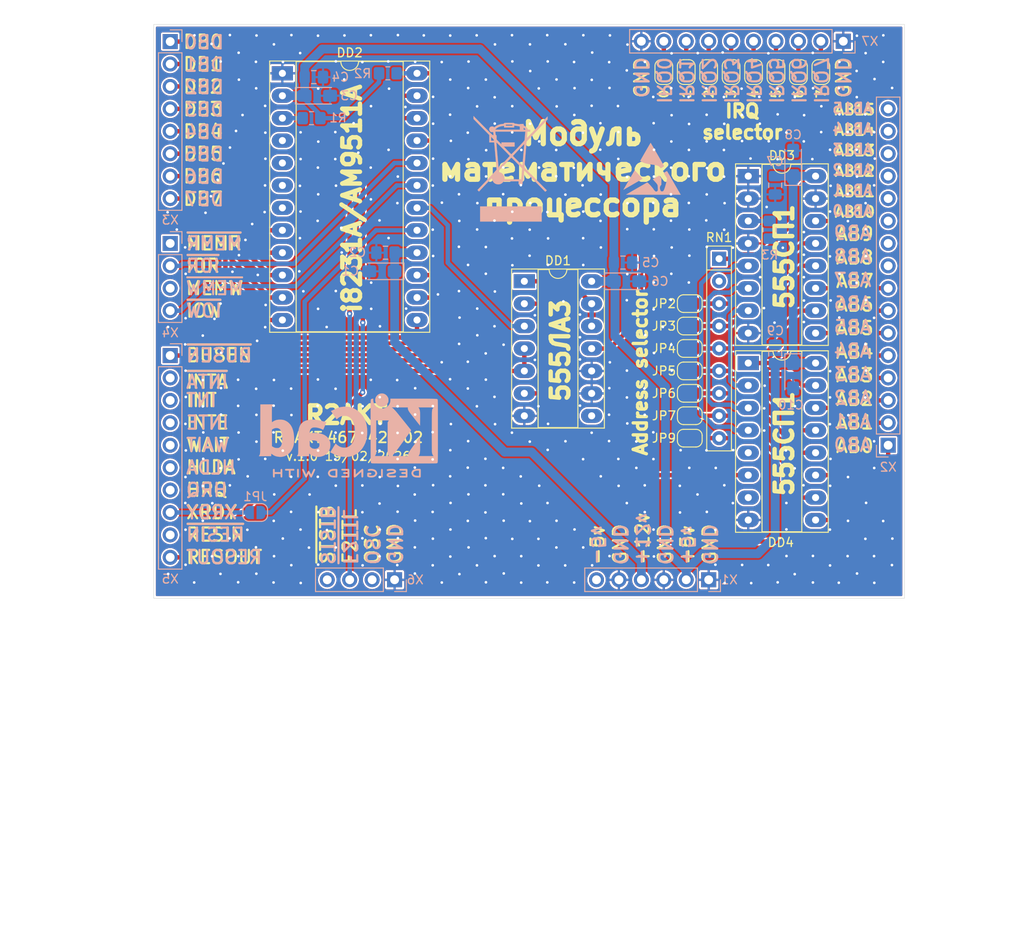
<source format=kicad_pcb>
(kicad_pcb (version 20240108) (generator "pcbnew") (generator_version "8.0")
  (title_block (title "Модуль математического процессора") (date "2026-02-19") (company "R2AKT") (comment 1 "R2AKT.467442.002") (comment 2 "R2AKT"))
  (layers (0 "F.Cu" signal) (31 "B.Cu" signal) (34 "B.Paste" user) (35 "F.Paste" user) (36 "B.SilkS" user "B.Silkscreen") (37 "F.SilkS" user "F.Silkscreen") (38 "B.Mask" user) (39 "F.Mask" user) (44 "Edge.Cuts" user))
  (net 0 "")
  (net 1 "GND")
  (net 2 "+5")
  (net 3 "/DB3")
  (net 4 "/DB4")
  (net 5 "/DB5")
  (net 6 "/DB6")
  (net 7 "/DB0")
  (net 8 "/DB2")
  (net 9 "/DB1")
  (net 10 "/DB7")
  (net 11 "/~{IOW}")
  (net 12 "/~{IOR}")
  (net 13 "/AB0")
  (net 14 "-5")
  (net 15 "+12")
  (net 16 "/AB10")
  (net 17 "/AB4")
  (net 18 "/AB7")
  (net 19 "/AB3")
  (net 20 "/AB1")
  (net 21 "/AB11")
  (net 22 "/AB9")
  (net 23 "/AB8")
  (net 24 "/AB15")
  (net 25 "/AB14")
  (net 26 "/AB2")
  (net 27 "/AB6")
  (net 28 "/AB12")
  (net 29 "/AB5")
  (net 30 "/AB13")
  (net 31 "/~{MEMR}")
  (net 32 "/~{MEMW}")
  (net 33 "/WAIT")
  (net 34 "/INTE")
  (net 35 "/~{BUSEN}")
  (net 36 "/~{RESIN}")
  (net 37 "/RESOUT")
  (net 38 "/~{INTA}")
  (net 39 "/INT")
  (net 40 "/HLDA")
  (net 41 "/HRQ")
  (net 42 "/XRDY")
  (net 43 "/Single_OSC_TTL")
  (net 44 "/Single_BCLK")
  (net 45 "/~{STSTB}")
  (net 46 "/IRQ_FPU")
  (net 47 "/~{FPU_CS}")
  (net 49 "Net-(DD2-~{END})")
  (net 50 "Net-(DD4-Oa=b)")
  (net 51 "/IRQ0")
  (net 52 "/IRQ1")
  (net 53 "/IRQ2")
  (net 54 "/IRQ3")
  (net 55 "/IRQ4")
  (net 56 "/IRQ5")
  (net 57 "/IRQ6")
  (net 58 "/IRQ7")
  (net 61 "Net-(DD2-~{EACK})")
  (net 63 "Net-(DD2-READY)")
  (net 66 "Net-(DD4-A0)")
  (net 67 "Net-(DD4-A2)")
  (net 68 "Net-(DD4-A3)")
  (net 70 "Net-(DD4-A1)")
  (net 71 "Net-(DD3-Ia=b)")
  (net 72 "Net-(DD3-Oa>b)")
  (net 73 "Net-(DD3-A0)")
  (net 74 "Net-(DD3-A1)")
  (net 75 "Net-(DD3-Oa=b)")
  (net 76 "Net-(DD3-A2)")
  (net 77 "Net-(DD3-Oa<b)")
  (net 78 "Net-(DD1-Pad2)")
  (footprint "Package_DIP:DIP-16_W7.62mm_Socket_LongPads" (layer "F.Cu") (at 134.7216 125.028171)
    (property "Reference" "DD4")
    (property "Value" "555СП1 (74LS85)")
  )
  (footprint "Jumper:SolderJumper-2_P1.3mm_Open_RoundedPad1.0x1.5mm" (layer "F.Cu") (at 128.1026 133.537171)
    (property "Reference" "JP9")
    (property "Value" "~{A1}")
  )
  (footprint "Jumper:SolderJumper-2_P1.3mm_Open_RoundedPad1.0x1.5mm" (layer "F.Cu") (at 132.7816 92.069371 90)
    (property "Reference" "JP12" (hide yes))
    (property "Value" "IRQ3")
  )
  (footprint "Jumper:SolderJumper-2_P1.3mm_Open_RoundedPad1.0x1.5mm" (layer "F.Cu") (at 128.1026 128.457171)
    (property "Reference" "JP6")
    (property "Value" "~{A3}")
  )
  (footprint "Jumper:SolderJumper-2_P1.3mm_Open_RoundedPad1.0x1.5mm" (layer "F.Cu") (at 128.1026 123.377171)
    (property "Reference" "JP4")
    (property "Value" "~{A5}")
  )
  (footprint "Jumper:SolderJumper-2_P1.3mm_Open_RoundedPad1.0x1.5mm" (layer "F.Cu") (at 128.1026 118.297171)
    (property "Reference" "JP2")
    (property "Value" "~{A7}")
  )
  (footprint "Jumper:SolderJumper-2_P1.3mm_Open_RoundedPad1.0x1.5mm" (layer "F.Cu") (at 128.1026 130.997171)
    (property "Reference" "JP7")
    (property "Value" "~{A2}")
  )
  (footprint "Jumper:SolderJumper-2_P1.3mm_Open_RoundedPad1.0x1.5mm" (layer "F.Cu") (at 128.1026 120.837171)
    (property "Reference" "JP3")
    (property "Value" "~{A6}")
  )
  (footprint "Resistor_THT:R_Array_SIP9" (layer "F.Cu") (at 131.4196 113.217171 -90)
    (property "Reference" "RN1")
    (property "Value" "1k")
  )
  (footprint "Jumper:SolderJumper-2_P1.3mm_Open_RoundedPad1.0x1.5mm" (layer "F.Cu") (at 130.2416 92.069371 90)
    (property "Reference" "JP11" (hide yes))
    (property "Value" "IRQ2")
  )
  (footprint "Jumper:SolderJumper-2_P1.3mm_Open_RoundedPad1.0x1.5mm" (layer "F.Cu") (at 142.9416 92.069371 90)
    (property "Reference" "JP16" (hide yes))
    (property "Value" "IRQ7")
  )
  (footprint "Package_DIP:DIP-14_W7.62mm_Socket_LongPads" (layer "F.Cu") (at 109.3724 115.767171)
    (property "Reference" "DD1")
    (property "Value" "К555ЛА3 (74LS00)")
  )
  (footprint "Jumper:SolderJumper-2_P1.3mm_Open_RoundedPad1.0x1.5mm" (layer "F.Cu") (at 125.1616 92.069371 90)
    (property "Reference" "JP8" (hide yes))
    (property "Value" "IRQ0")
  )
  (footprint "Jumper:SolderJumper-2_P1.3mm_Open_RoundedPad1.0x1.5mm" (layer "F.Cu") (at 137.8616 92.069371 90)
    (property "Reference" "JP14" (hide yes))
    (property "Value" "IRQ5")
  )
  (footprint "Package_DIP:DIP-24_W15.24mm_Socket_LongPads" (layer "F.Cu") (at 81.9816 92.211371)
    (property "Reference" "DD2")
    (property "Value" "i8231A/AM9511A")
  )
  (footprint "Package_DIP:DIP-16_W7.62mm_Socket_LongPads" (layer "F.Cu") (at 134.7216 103.856671)
    (property "Reference" "DD3")
    (property "Value" "555СП1 (74LS85)")
  )
  (footprint "Jumper:SolderJumper-2_P1.3mm_Open_RoundedPad1.0x1.5mm" (layer "F.Cu") (at 128.1026 125.917171)
    (property "Reference" "JP5")
    (property "Value" "~{A4}")
  )
  (footprint "Jumper:SolderJumper-2_P1.3mm_Open_RoundedPad1.0x1.5mm" (layer "F.Cu") (at 140.4016 92.069371 90)
    (property "Reference" "JP15" (hide yes))
    (property "Value" "IRQ6")
  )
  (footprint "Jumper:SolderJumper-2_P1.3mm_Open_RoundedPad1.0x1.5mm" (layer "F.Cu") (at 135.3216 92.069371 90)
    (property "Reference" "JP13" (hide yes))
    (property "Value" "IRQ4")
  )
  (footprint "Jumper:SolderJumper-2_P1.3mm_Open_RoundedPad1.0x1.5mm" (layer "F.Cu") (at 127.7016 92.069371 90)
    (property "Reference" "JP10" (hide yes))
    (property "Value" "IRQ1")
  )
  (footprint "Connector_PinHeader_2.54mm:PinHeader_1x16_P2.54mm_Vertical" (layer "B.Cu") (at 150.5616 134.336671)
    (property "Reference" "X2")
    (property "Value" "Address")
  )
  (footprint "Connector_PinHeader_2.54mm:PinHeader_1x08_P2.54mm_Vertical" (layer "B.Cu") (at 69.2816 88.616671 180)
    (property "Reference" "X3")
    (property "Value" "Data")
  )
  (footprint "Connector_PinHeader_2.54mm:PinHeader_1x10_P2.54mm_Vertical" (layer "B.Cu") (at 69.2816 124.176671 180)
    (property "Reference" "X5")
    (property "Value" "Control")
  )
  (footprint "Capacitor_SMD:C_0805_2012Metric_Pad1.18x1.45mm_HandSolder" (layer "B.Cu") (at 85.5433 92.643171)
    (property "Reference" "C4")
    (property "Value" "100n")
  )
  (footprint "Capacitor_Tantalum_SMD:CP_EIA-3216-18_Kemet-A_Pad1.58x1.35mm_HandSolder" (layer "B.Cu") (at 85.9433 94.751371)
    (property "Reference" "C3")
    (property "Value" "1u")
  )
  (footprint "Capacitor_SMD:C_0805_2012Metric_Pad1.18x1.45mm_HandSolder" (layer "B.Cu") (at 137.7696 123.990671 90)
    (property "Reference" "C9")
    (property "Value" "100n")
  )
  (footprint "Connector_PinHeader_2.54mm:PinHeader_1x06_P2.54mm_Vertical" (layer "B.Cu") (at 130.2416 149.576671 90)
    (property "Reference" "X1")
    (property "Value" "Power")
  )
  (footprint "Capacitor_Tantalum_SMD:CP_EIA-3216-18_Kemet-A_Pad1.58x1.35mm_HandSolder" (layer "B.Cu") (at 139.8016 126.465671 -90)
    (property "Reference" "C10")
    (property "Value" "1u")
  )
  (footprint "Symbol:WEEE-Logo_8.4x12mm_SilkScreen" (layer "B.Cu") (at 107.823 103.026228 180)
    (property "Reference" "REF**" (hide yes))
    (property "Value" "WEEE-Logo_8.4x12mm_SilkScreen" (hide yes))
  )
  (footprint "Symbol:ESD-Logo_6.6x6mm_SilkScreen" (layer "B.Cu") (at 123.825 103.006371 180)
    (property "Reference" "REF**" (hide yes))
    (property "Value" "ESD-Logo_6.6x6mm_SilkScreen" (hide yes))
  )
  (footprint "Resistor_SMD:R_0805_2012Metric_Pad1.20x1.40mm_HandSolder" (layer "B.Cu") (at 85.2772 97.291371)
    (property "Reference" "R1")
    (property "Value" "1k")
  )
  (footprint "Connector_PinHeader_2.54mm:PinHeader_1x04_P2.54mm_Vertical" (layer "B.Cu") (at 94.6816 149.576671 90)
    (property "Reference" "X6")
    (property "Value" "Clock")
  )
  (footprint "Capacitor_SMD:C_0805_2012Metric_Pad1.18x1.45mm_HandSolder" (layer "B.Cu") (at 137.7696 104.894171 -90)
    (property "Reference" "C7")
    (property "Value" "100n")
  )
  (footprint "Capacitor_SMD:C_0805_2012Metric_Pad1.18x1.45mm_HandSolder" (layer "B.Cu") (at 120.5445 113.648971)
    (property "Reference" "C5")
    (property "Value" "100n")
  )
  (footprint "Capacitor_Tantalum_SMD:CP_EIA-3216-18_Kemet-A_Pad1.58x1.35mm_HandSolder" (layer "B.Cu") (at 139.8016 102.419171 90)
    (property "Reference" "C8")
    (property "Value" "1u")
  )
  (footprint "Capacitor_Tantalum_SMD:CP_EIA-3216-18_Kemet-A_Pad1.58x1.35mm_HandSolder" (layer "B.Cu") (at 120.9445 115.767171)
    (property "Reference" "C6")
    (property "Value" "1u")
  )
  (footprint "Resistor_SMD:R_0805_2012Metric_Pad1.20x1.40mm_HandSolder" (layer "B.Cu") (at 93.9198 92.211371 180)
    (property "Reference" "R2")
    (property "Value" "1k")
  )
  (footprint "Resistor_SMD:R_0805_2012Metric_Pad1.20x1.40mm_HandSolder" (layer "B.Cu") (at 137.1346 109.936671 -90)
    (property "Reference" "R3")
    (property "Value" "1k")
  )
  (footprint "Jumper:SolderJumper-2_P1.3mm_Open_RoundedPad1.0x1.5mm" (layer "B.Cu") (at 78.9028 141.956671 180)
    (property "Reference" "JP1")
    (property "Value" "Wait")
  )
  (footprint "Connector_PinHeader_2.54mm:PinHeader_1x04_P2.54mm_Vertical" (layer "B.Cu") (at 69.2816 111.476671 180)
    (property "Reference" "X4")
    (property "Value" "Mode")
  )
  (footprint "Symbol:KiCad-Logo2_8mm_SilkScreen" (layer "B.Cu") (at 89.461893 132.408795 180)
    (property "Reference" "REF**" (hide yes))
    (property "Value" "KiCad-Logo2_8mm_SilkScreen" (hide yes))
  )
  (footprint "Capacitor_SMD:C_0805_2012Metric_Pad1.18x1.45mm_HandSolder" (layer "B.Cu") (at 93.6537 112.531371 180)
    (property "Reference" "C2")
    (property "Value" "100n")
  )
  (footprint "Connector_PinHeader_2.54mm:PinHeader_1x10_P2.54mm_Vertical" (layer "B.Cu") (at 145.4816 88.579171 90)
    (property "Reference" "X7")
    (property "Value" "Conn_01x10")
  )
  (footprint "Capacitor_Tantalum_SMD:CP_EIA-3216-18_Kemet-A_Pad1.58x1.35mm_HandSolder" (layer "B.Cu") (at 93.2537 114.639571 180)
    (property "Reference" "C1")
    (property "Value" "1u")
  )
  (gr_rect (start 67.4116 86.674171) (end 152.4116 151.674171) (stroke (width 0.05)) (fill none) (layer "Edge.Cuts"))
  (gr_text "IRQ3" (at 132.7816 93.015399 -90) (layer "B.SilkS") (effects (font (size 1.5 1.5) (thickness 0.25) (bold yes)) (justify mirror)))
  (gr_text "AB2" (at 146.5326 128.965171 0) (layer "B.SilkS") (effects (font (size 1.5 1.5) (thickness 0.25) (bold yes)) (justify mirror)))
  (gr_text "INT" (at 72.815772 129.244571 0) (layer "B.SilkS") (effects (font (size 1.5 1.5) (thickness 0.25) (bold yes)) (justify mirror)))
  (gr_text "DB1" (at 73.1266 91.246171 0) (layer "B.SilkS") (effects (font (size 1.5 1.5) (thickness 0.25) (bold yes)) (justify mirror)))
  (gr_text "GND" (at 122.6216 92.693971 -90) (layer "B.SilkS") (effects (font (size 1.5 1.5) (thickness 0.25) (bold yes)) (justify mirror)))
  (gr_text "+5v" (at 127.8636 145.6736 -90) (layer "B.SilkS") (effects (font (size 1.5 1.5) (thickness 0.25) (bold yes)) (justify mirror)))
  (gr_text "AB11" (at 146.5326 105.473371 0) (layer "B.SilkS") (effects (font (size 1.2 1.2) (thickness 0.25) (bold yes)) (justify mirror)))
  (gr_text "AB6" (at 146.5326 118.290371 0) (layer "B.SilkS") (effects (font (size 1.5 1.5) (thickness 0.25) (bold yes)) (justify mirror)))
  (gr_text "AB14" (at 146.5326 98.520271 0) (layer "B.SilkS") (effects (font (size 1.2 1.2) (thickness 0.25) (bold yes)) (justify mirror)))
  (gr_text "AB10" (at 146.5326 107.791071 0) (layer "B.SilkS") (effects (font (size 1.2 1.2) (thickness 0.25) (bold yes)) (justify mirror)))
  (gr_text "AB0" (at 146.5326 134.302571 0) (layer "B.SilkS") (effects (font (size 1.5 1.5) (thickness 0.25) (bold yes)) (justify mirror)))
  (gr_text "AB12" (at 146.5326 103.155671 0) (layer "B.SilkS") (effects (font (size 1.2 1.2) (thickness 0.25) (bold yes)) (justify mirror)))
  (gr_text "~{MEMW}" (at 74.319243 116.556671 0) (layer "B.SilkS") (effects (font (size 1.5 1.5) (thickness 0.225) (bold yes)) (justify mirror)))
  (gr_text "HRQ" (at 73.422915 139.404571 0) (layer "B.SilkS") (effects (font (size 1.5 1.5) (thickness 0.25) (bold yes)) (justify mirror)))
  (gr_text "AB9" (at 146.5326 110.284271 0) (layer "B.SilkS") (effects (font (size 1.5 1.5) (thickness 0.25) (bold yes)) (justify mirror)))
  (gr_text "DB2" (at 73.1266 93.786171 0) (layer "B.SilkS") (effects (font (size 1.5 1.5) (thickness 0.25) (bold yes)) (justify mirror)))
  (gr_text "AB13" (at 146.5326 100.837971 0) (layer "B.SilkS") (effects (font (size 1.2 1.2) (thickness 0.25) (bold yes)) (justify mirror)))
  (gr_text "IRQ1" (at 127.7016 93.015399 -90) (layer "B.SilkS") (effects (font (size 1.5 1.5) (thickness 0.25) (bold yes)) (justify mirror)))
  (gr_text "DB3" (at 73.1266 96.326171 0) (layer "B.SilkS") (effects (font (size 1.5 1.5) (thickness 0.25) (bold yes)) (justify mirror)))
  (gr_text "DB7" (at 73.1266 106.486171 0) (layer "B.SilkS") (effects (font (size 1.5 1.5) (thickness 0.25) (bold yes)) (justify mirror)))
  (gr_text "AB5" (at 146.5326 120.959071 0) (layer "B.SilkS") (effects (font (size 1.5 1.5) (thickness 0.25) (bold yes)) (justify mirror)))
  (gr_text "GND" (at 130.3786 145.602171 -90) (layer "B.SilkS") (effects (font (size 1.5 1.5) (thickness 0.25) (bold yes)) (justify mirror)))
  (gr_text "-5v" (at 117.7036 145.6736 -90) (layer "B.SilkS") (effects (font (size 1.5 1.5) (thickness 0.25) (bold yes)) (justify mirror)))
  (gr_text "~{INTA}" (at 73.458629 127.163271 0) (layer "B.SilkS") (effects (font (size 1.5 1.5) (thickness 0.25) (bold yes)) (justify mirror)))
  (gr_text "OSC" (at 92.1766 145.602172 -90) (layer "B.SilkS") (effects (font (size 1.5 1.5) (thickness 0.25) (bold yes)) (justify mirror)))
  (gr_text "F2TTL" (at 89.6366 144.745029 -90) (layer "B.SilkS") (effects (font (size 1.5 1.5) (thickness 0.25) (bold yes)) (justify mirror)))
  (gr_text "~{STSTB}" (at 87.0966 144.530744 -90) (layer "B.SilkS") (effects (font (size 1.5 1.5) (thickness 0.25) (bold yes)) (justify mirror)))
  (gr_text "IRQ5" (at 137.8616 93.015399 -90) (layer "B.SilkS") (effects (font (size 1.5 1.5) (thickness 0.25) (bold yes)) (justify mirror)))
  (gr_text "GND" (at 145.4816 92.693971 -90) (layer "B.SilkS") (effects (font (size 1.5 1.5) (thickness 0.25) (bold yes)) (justify mirror)))
  (gr_text "IRQ2" (at 130.2416 93.015399 -90) (layer "B.SilkS") (effects (font (size 1.5 1.5) (thickness 0.25) (bold yes)) (justify mirror)))
  (gr_text "DB6" (at 73.1266 103.946171 0) (layer "B.SilkS") (effects (font (size 1.5 1.5) (thickness 0.25) (bold yes)) (justify mirror)))
  (gr_text "~{RESIN}" (at 74.3872 144.484571 0) (layer "B.SilkS") (effects (font (size 1.5 1.5) (thickness 0.25) (bold yes)) (justify mirror)))
  (gr_text "AB1" (at 146.5326 131.633871 0) (layer "B.SilkS") (effects (font (size 1.5 1.5) (thickness 0.25) (bold yes)) (justify mirror)))
  (gr_text "DB4" (at 73.1266 98.866171 0) (layer "B.SilkS") (effects (font (size 1.5 1.5) (thickness 0.25) (bold yes)) (justify mirror)))
  (gr_text "XRDY" (at 73.958628 141.944571 0) (layer "B.SilkS") (effects (font (size 1.5 1.5) (thickness 0.25) (bold yes)) (justify mirror)))
  (gr_text "IRQ7" (at 142.9416 93.015399 -90) (layer "B.SilkS") (effects (font (size 1.5 1.5) (thickness 0.25) (bold yes)) (justify mirror)))
  (gr_text "AB15" (at 146.5326 96.202571 0) (layer "B.SilkS") (effects (font (size 1.2 1.2) (thickness 0.25) (bold yes)) (justify mirror)))
  (gr_text "WAIT" (at 73.530057 134.324571 0) (layer "B.SilkS") (effects (font (size 1.5 1.5) (thickness 0.25) (bold yes)) (justify mirror)))
  (gr_text "~{IOW}" (at 73.106743 119.096671 0) (layer "B.SilkS") (effects (font (size 1.5 1.5) (thickness 0.25) (bold yes)) (justify mirror)))
  (gr_text "RESOUT" (at 75.3872 147.024571 0) (layer "B.SilkS") (effects (font (size 1.5 1.5) (thickness 0.25) (bold yes)) (justify mirror)))
  (gr_text "AB8" (at 146.5326 112.952971 0) (layer "B.SilkS") (effects (font (size 1.5 1.5) (thickness 0.25) (bold yes)) (justify mirror)))
  (gr_text "GND" (at 94.7166 145.566457 -90) (layer "B.SilkS") (effects (font (size 1.5 1.5) (thickness 0.25) (bold yes)) (justify mirror)))
  (gr_text "IRQ4" (at 135.3216 93.015399 -90) (layer "B.SilkS") (effects (font (size 1.5 1.5) (thickness 0.25) (bold yes)) (justify mirror)))
  (gr_text "IRQ0" (at 125.1616 93.015399 -90) (layer "B.SilkS") (effects (font (size 1.5 1.5) (thickness 0.25) (bold yes)) (justify mirror)))
  (gr_text "GND" (at 120.2436 145.602171 -90) (layer "B.SilkS") (effects (font (size 1.5 1.5) (thickness 0.25) (bold yes)) (justify mirror)))
  (gr_text "IRQ6" (at 140.4016 93.015399 -90) (layer "B.SilkS") (effects (font (size 1.5 1.5) (thickness 0.25) (bold yes)) (justify mirror)))
  (gr_text "DB0" (at 73.1266 88.706171 0) (layer "B.SilkS") (effects (font (size 1.5 1.5) (thickness 0.25) (bold yes)) (justify mirror)))
  (gr_text "AB3" (at 146.5326 126.296471 0) (layer "B.SilkS") (effects (font (size 1.5 1.5) (thickness 0.25) (bold yes)) (justify mirror)))
  (gr_text "GND" (at 125.3236 145.602171 -90) (layer "B.SilkS") (effects (font (size 1.5 1.5) (thickness 0.25) (bold yes)) (justify mirror)))
  (gr_text "~{MEMR}" (at 74.2496 111.476671 0) (layer "B.SilkS") (effects (font (size 1.5 1.5) (thickness 0.25) (bold yes)) (justify mirror)))
  (gr_text "DB5" (at 73.1266 101.406171 0) (layer "B.SilkS") (effects (font (size 1.5 1.5) (thickness 0.25) (bold yes)) (justify mirror)))
  (gr_text "~{IOR}" (at 72.9996 114.016671 0) (layer "B.SilkS") (effects (font (size 1.5 1.5) (thickness 0.25) (bold yes)) (justify mirror)))
  (gr_text "~{BUSEN}" (at 74.815772 124.164571 0) (layer "B.SilkS") (effects (font (size 1.5 1.5) (thickness 0.25) (bold yes)) (justify mirror)))
  (gr_text "HLDA" (at 73.8872 136.864571 0) (layer "B.SilkS") (effects (font (size 1.5 1.5) (thickness 0.25) (bold yes)) (justify mirror)))
  (gr_text "AB4" (at 146.5326 123.627771 0) (layer "B.SilkS") (effects (font (size 1.5 1.5) (thickness 0.25) (bold yes)) (justify mirror)))
  (gr_text "INTE" (at 73.494343 131.784571 0) (layer "B.SilkS") (effects (font (size 1.5 1.5) (thickness 0.25) (bold yes)) (justify mirror)))
  (gr_text "+12v" (at 122.7836 144.959315 -90) (layer "B.SilkS") (effects (font (size 1.5 1.5) (thickness 0.25) (bold yes)) (justify mirror)))
  (gr_text "AB7" (at 146.5326 115.621671 0) (layer "B.SilkS") (effects (font (size 1.5 1.5) (thickness 0.25) (bold yes)) (justify mirror)))
  (gr_text "DB7" (at 72.9996 106.424171 -0) (layer "F.SilkS") (effects (font (size 1.5 1.5) (thickness 0.25) (bold yes))))
  (gr_text "4" (at 135.3408 94.548171 90) (layer "F.SilkS") (effects (font (size 1 1) (thickness 0.2) (bold yes))))
  (gr_text "5" (at 137.8808 94.548171 90) (layer "F.SilkS") (effects (font (size 1 1) (thickness 0.2) (bold yes))))
  (gr_text "INT" (at 72.829029 129.229071 -0) (layer "F.SilkS") (effects (font (size 1.5 1.5) (thickness 0.25) (bold yes))))
  (gr_text "Модуль\nматематического\nпроцессора" (at 115.9766 108.568971 0) (layer "F.SilkS") (effects (font (size 2.5 2.5) (thickness 0.6) (bold yes)) (justify bottom)))
  (gr_text "OSC" (at 92.1416 145.520599 90) (layer "F.SilkS") (effects (font (size 1.5 1.5) (thickness 0.25) (bold yes))))
  (gr_text "2" (at 130.2608 94.548171 90) (layer "F.SilkS") (effects (font (size 1 1) (thickness 0.2) (bold yes))))
  (gr_text "XRDY" (at 73.971885 141.929071 -0) (layer "F.SilkS") (effects (font (size 1.5 1.5) (thickness 0.25) (bold yes))))
  (gr_text "AB8" (at 146.7866 113.076571 -0) (layer "F.SilkS") (effects (font (size 1.5 1.5) (thickness 0.25) (bold yes))))
  (gr_text "GND" (at 120.2182 145.551371 90) (layer "F.SilkS") (effects (font (size 1.5 1.5) (thickness 0.25) (bold yes))))
  (gr_text "GND" (at 125.2982 145.551371 90) (layer "F.SilkS") (effects (font (size 1.5 1.5) (thickness 0.25) (bold yes))))
  (gr_text "~{IOR}" (at 72.9996 114.016671 -0) (layer "F.SilkS") (effects (font (size 1.5 1.5) (thickness 0.25) (bold yes))))
  (gr_text "GND" (at 145.4658 92.693971 90) (layer "F.SilkS") (effects (font (size 1.5 1.5) (thickness 0.25) (bold yes))))
  (gr_text "~{MEMW}" (at 74.319243 116.556671 0) (layer "F.SilkS") (effects (font (size 1.5 1.5) (thickness 0.225) (bold yes))))
  (gr_text "AB13" (at 146.7866 100.961571 -0) (layer "F.SilkS") (effects (font (size 1.2 1.2) (thickness 0.25) (bold yes))))
  (gr_text "AB0" (at 146.7866 134.426171 -0) (layer "F.SilkS") (effects (font (size 1.5 1.5) (thickness 0.25) (bold yes))))
  (gr_text "DB6" (at 72.9996 103.884171 -0) (layer "F.SilkS") (effects (font (size 1.5 1.5) (thickness 0.25) (bold yes))))
  (gr_text "GND" (at 122.6216 92.693971 90) (layer "F.SilkS") (effects (font (size 1.5 1.5) (thickness 0.25) (bold yes))))
  (gr_text "555ЛА3" (at 114.6249 129.656457 90) (layer "F.SilkS") (effects (font (size 2 2) (thickness 0.5) (bold yes)) (justify left bottom)))
  (gr_text "AB4" (at 146.7866 123.751371 -0) (layer "F.SilkS") (effects (font (size 1.5 1.5) (thickness 0.25) (bold yes))))
  (gr_text "AB14" (at 146.7866 98.643871 -0) (layer "F.SilkS") (effects (font (size 1.2 1.2) (thickness 0.25) (bold yes))))
  (gr_text "INTE" (at 73.5076 131.769071 -0) (layer "F.SilkS") (effects (font (size 1.5 1.5) (thickness 0.25) (bold yes))))
  (gr_text "AB2" (at 146.7866 129.088771 -0) (layer "F.SilkS") (effects (font (size 1.5 1.5) (thickness 0.25) (bold yes))))
  (gr_text "R2AKT.467442.002" (at 89.451999 133.460971 0) (layer "F.SilkS") (effects (font (size 1.2 1.2) (thickness 0.2) (bold yes))))
  (gr_text "~{BUSEN}" (at 74.829029 124.149071 -0) (layer "F.SilkS") (effects (font (size 1.5 1.5) (thickness 0.25) (bold yes))))
  (gr_text "F2TTL" (at 89.6016 144.663457 90) (layer "F.SilkS") (effects (font (size 1.5 1.5) (thickness 0.25) (bold yes))))
  (gr_text "0" (at 125.1808 94.54817 90) (layer "F.SilkS") (effects (font (size 1 1) (thickness 0.2) (bold yes))))
  (gr_text "~{RESIN}" (at 74.400457 144.469071 -0) (layer "F.SilkS") (effects (font (size 1.5 1.5) (thickness 0.25) (bold yes))))
  (gr_text "~{MEMR}" (at 74.2496 111.476671 0) (layer "F.SilkS") (effects (font (size 1.5 1.5) (thickness 0.25) (bold yes))))
  (gr_text "AB1" (at 146.7866 131.757471 -0) (layer "F.SilkS") (effects (font (size 1.5 1.5) (thickness 0.25) (bold yes))))
  (gr_text "AB7" (at 146.7866 115.745271 -0) (layer "F.SilkS") (effects (font (size 1.5 1.5) (thickness 0.25) (bold yes))))
  (gr_text "3" (at 132.8008 94.548171 90) (layer "F.SilkS") (effects (font (size 1 1) (thickness 0.2) (bold yes))))
  (gr_text "AB11" (at 146.7866 105.596971 -0) (layer "F.SilkS") (effects (font (size 1.2 1.2) (thickness 0.25) (bold yes))))
  (gr_text "AB15" (at 146.7866 96.326171 -0) (layer "F.SilkS") (effects (font (size 1.2 1.2) (thickness 0.25) (bold yes))))
  (gr_text "AB5" (at 146.7866 121.082671 -0) (layer "F.SilkS") (effects (font (size 1.5 1.5) (thickness 0.25) (bold yes))))
  (gr_text "+12v" (at 122.7582 144.908514 90) (layer "F.SilkS") (effects (font (size 1.5 1.5) (thickness 0.25) (bold yes))))
  (gr_text "v.1.0 19/02/2026" (at 89.452 135.594571 0) (layer "F.SilkS") (effects (font (size 1 1))))
  (gr_text "+5v" (at 127.8382 145.6228 90) (layer "F.SilkS") (effects (font (size 1.5 1.5) (thickness 0.25) (bold yes))))
  (gr_text "IRQ\nselector" (at 134.0566 97.697771 0) (layer "F.SilkS") (effects (font (size 1.5 1.5) (thickness 0.375) (bold yes))))
  (gr_text "6" (at 140.4208 94.548171 90) (layer "F.SilkS") (effects (font (size 1 1) (thickness 0.2) (bold yes))))
  (gr_text "GND" (at 130.3532 145.551371 90) (layer "F.SilkS") (effects (font (size 1.5 1.5) (thickness 0.25) (bold yes))))
  (gr_text "Address selector" (at 123.3932 135.696171 90) (layer "F.SilkS") (effects (font (size 1.5 1.5) (thickness 0.375) (bold yes)) (justify left bottom)))
  (gr_text "AB10" (at 146.7866 107.914671 -0) (layer "F.SilkS") (effects (font (size 1.2 1.2) (thickness 0.25) (bold yes))))
  (gr_text "AB12" (at 146.7866 103.279271 -0) (layer "F.SilkS") (effects (font (size 1.2 1.2) (thickness 0.25) (bold yes))))
  (gr_text "DB5" (at 72.9996 101.344171 -0) (layer "F.SilkS") (effects (font (size 1.5 1.5) (thickness 0.25) (bold yes))))
  (gr_text "DB4" (at 72.9996 98.804171 -0) (layer "F.SilkS") (effects (font (size 1.5 1.5) (thickness 0.25) (bold yes))))
  (gr_text "DB1" (at 72.9996 91.184171 -0) (layer "F.SilkS") (effects (font (size 1.5 1.5) (thickness 0.25) (bold yes))))
  (gr_text "555СП1" (at 139.9741 119.163814 90) (layer "F.SilkS") (effects (font (size 2 2) (thickness 0.5) (bold yes)) (justify left bottom)))
  (gr_text "GND" (at 94.6816 145.484885 90) (layer "F.SilkS") (effects (font (size 1.5 1.5) (thickness 0.25) (bold yes))))
  (gr_text "~{IOW}" (at 73.106743 119.096671 -0) (layer "F.SilkS") (effects (font (size 1.5 1.5) (thickness 0.25) (bold yes))))
  (gr_text "DB2" (at 72.9996 93.724171 -0) (layer "F.SilkS") (effects (font (size 1.5 1.5) (thickness 0.25) (bold yes))))
  (gr_text "R2AKT" (at 84.330571 132.089371 0) (layer "F.SilkS") (effects (font (size 2 2) (thickness 0.5) (bold yes)) (justify left bottom)))
  (gr_text "555СП1" (at 139.9741 140.335314 90) (layer "F.SilkS") (effects (font (size 2 2) (thickness 0.5) (bold yes)) (justify left bottom)))
  (gr_text "RESOUT" (at 75.400457 147.009071 -0) (layer "F.SilkS") (effects (font (size 1.5 1.5) (thickness 0.25) (bold yes))))
  (gr_text "AB9" (at 146.7866 110.407871 -0) (layer "F.SilkS") (effects (font (size 1.5 1.5) (thickness 0.25) (bold yes))))
  (gr_text "DB0" (at 72.9996 88.644171 -0) (layer "F.SilkS") (effects (font (size 1.5 1.5) (thickness 0.25) (bold yes))))
  (gr_text "DB3" (at 72.9996 96.264171 -0) (layer "F.SilkS") (effects (font (size 1.5 1.5) (thickness 0.25) (bold yes))))
  (gr_text "AB3" (at 146.7866 126.420071 -0) (layer "F.SilkS") (effects (font (size 1.5 1.5) (thickness 0.25) (bold yes))))
  (gr_text "i8231A/AM9511A" (at 91.0341 119.593515 90) (layer "F.SilkS") (effects (font (size 2 2) (thickness 0.5) (bold yes)) (justify left bottom)))
  (gr_text "~{INTA}" (at 73.471886 127.147771 -0) (layer "F.SilkS") (effects (font (size 1.5 1.5) (thickness 0.25) (bold yes))))
  (gr_text "HRQ" (at 73.436172 139.389071 -0) (layer "F.SilkS") (effects (font (size 1.5 1.5) (thickness 0.25) (bold yes))))
  (gr_text "AB6" (at 146.7866 118.413971 -0) (layer "F.SilkS") (effects (font (size 1.5 1.5) (thickness 0.25) (bold yes))))
  (gr_text "HLDA" (at 73.900457 136.849071 -0) (layer "F.SilkS") (effects (font (size 1.5 1.5) (thickness 0.25) (bold yes))))
  (gr_text "7" (at 142.9608 94.548171 90) (layer "F.SilkS") (effects (font (size 1 1) (thickness 0.2) (bold yes))))
  (gr_text "~{STSTB}" (at 87.0616 144.449171 90) (layer "F.SilkS") (effects (font (size 1.5 1.5) (thickness 0.25) (bold yes))))
  (gr_text "WAIT" (at 73.543314 134.309071 -0) (layer "F.SilkS") (effects (font (size 1.5 1.5) (thickness 0.25) (bold yes))))
  (gr_text "1" (at 127.7208 94.548171 90) (layer "F.SilkS") (effects (font (size 1 1) (thickness 0.2) (bold yes))))
  (gr_text "-5v" (at 117.6782 145.6228 90) (layer "F.SilkS") (effects (font (size 1.5 1.5) (thickness 0.25) (bold yes))))
  (via (at 148.974477 98.880508) (size 0.6) (drill 0.3) (layers "F.Cu" "B.Cu") (net 1))
  (via (at 128.057127 112.866969) (size 0.6) (drill 0.3) (layers "F.Cu" "B.Cu") (net 1))
  (via (at 100.965722 126.862901) (size 0.6) (drill 0.3) (layers "F.Cu" "B.Cu") (net 1))
  (via (at 112.016761 134.864028) (size 0.6) (drill 0.3) (layers "F.Cu" "B.Cu") (net 1))
  (via (at 113.000658 145.920615) (size 0.6) (drill 0.3) (layers "F.Cu" "B.Cu") (net 1))
  (via (at 103.058494 145.909539) (size 0.6) (drill 0.3) (layers "F.Cu" "B.Cu") (net 1))
  (via (at 78.015966 143.918507) (size 0.6) (drill 0.3) (layers "F.Cu" "B.Cu") (net 1))
  (via (at 145.969636 146.897024) (size 0.6) (drill 0.3) (layers "F.Cu" "B.Cu") (net 1))
  (via (at 100.980009 87.934246) (size 0.6) (drill 0.3) (layers "F.Cu" "B.Cu") (net 1))
  (via (at 138.052744 96.857492) (size 0.6) (drill 0.3) (layers "F.Cu" "B.Cu") (net 1))
  (via (at 141.0208 112.759971) (size 0.6) (drill 0.3) (layers "F.Cu" "B.Cu") (net 1))
  (via (at 124.053967 123.891798) (size 0.6) (drill 0.3) (layers "F.Cu" "B.Cu") (net 1))
  (via (at 106.014055 94.925615) (size 0.6) (drill 0.3) (layers "F.Cu" "B.Cu") (net 1))
  (via (at 91.9988 106.486171) (size 0.6) (drill 0.3) (layers "F.Cu" "B.Cu") (net 1))
  (via (at 141.977457 101.928261) (size 0.6) (drill 0.3) (layers "F.Cu" "B.Cu") (net 1))
  (via (at 105.025682 149.862088) (size 0.6) (drill 0.3) (layers "F.Cu" "B.Cu") (net 1))
  (via (at 116.040294 113.921004) (size 0.6) (drill 0.3) (layers "F.Cu" "B.Cu") (net 1))
  (via (at 94.00314 100.878575) (size 0.6) (drill 0.3) (layers "F.Cu" "B.Cu") (net 1))
  (via (at 148.038958 117.89312) (size 0.6) (drill 0.3) (layers "F.Cu" "B.Cu") (net 1))
  (via (at 73.279 108.010171) (size 0.6) (drill 0.3) (layers "F.Cu" "B.Cu") (net 1))
  (via (at 105.000255 123.937676) (size 0.6) (drill 0.3) (layers "F.Cu" "B.Cu") (net 1))
  (via (at 128.006127 100.884766) (size 0.6) (drill 0.3) (layers "F.Cu" "B.Cu") (net 1))
  (via (at 144.973102 149.912806) (size 0.6) (drill 0.3) (layers "F.Cu" "B.Cu") (net 1))
  (via (at 90.5764 101.202971) (size 0.6) (drill 0.3) (layers "F.Cu" "B.Cu") (net 1))
  (via (at 119.015501 146.892483) (size 0.6) (drill 0.3) (layers "F.Cu" "B.Cu") (net 1))
  (via (at 96.974662 136.866598) (size 0.6) (drill 0.3) (layers "F.Cu" "B.Cu") (net 1))
  (via (at 125.970457 108.904388) (size 0.6) (drill 0.3) (layers "F.Cu" "B.Cu") (net 1))
  (via (at 123.996248 143.890839) (size 0.6) (drill 0.3) (layers "F.Cu" "B.Cu") (net 1))
  (via (at 80.01869 104.909456) (size 0.6) (drill 0.3) (layers "F.Cu" "B.Cu") (net 1))
  (via (at 149.017007 92.860914) (size 0.6) (drill 0.3) (layers "F.Cu" "B.Cu") (net 1))
  (via (at 112.059566 110.910012) (size 0.6) (drill 0.3) (layers "F.Cu" "B.Cu") (net 1))
  (via (at 147.035768 148.86744) (size 0.6) (drill 0.3) (layers "F.Cu" "B.Cu") (net 1))
  (via (at 91.032086 90.939872) (size 0.6) (drill 0.3) (layers "F.Cu" "B.Cu") (net 1))
  (via (at 88.049614 104.937901) (size 0.6) (drill 0.3) (layers "F.Cu" "B.Cu") (net 1))
  (via (at 105.01565 126.909463) (size 0.6) (drill 0.3) (layers "F.Cu" "B.Cu") (net 1))
  (via (at 139.04908 146.887265) (size 0.6) (drill 0.3) (layers "F.Cu" "B.Cu") (net 1))
  (via (at 76.965755 126.919472) (size 0.6) (drill 0.3) (layers "F.Cu" "B.Cu") (net 1))
  (via (at 72.970869 129.937746) (size 0.6) (drill 0.3) (layers "F.Cu" "B.Cu") (net 1))
  (via (at 99.012975 129.903413) (size 0.6) (drill 0.3) (layers "F.Cu" "B.Cu") (net 1))
  (via (at 143.977753 107.864058) (size 0.6) (drill 0.3) (layers "F.Cu" "B.Cu") (net 1))
  (via (at 130.027253 111.872772) (size 0.6) (drill 0.3) (layers "F.Cu" "B.Cu") (net 1))
  (via (at 86.047922 141.913251) (size 0.6) (drill 0.3) (layers "F.Cu" "B.Cu") (net 1))
  (via (at 82.973971 137.911488) (size 0.6) (drill 0.3) (layers "F.Cu" "B.Cu") (net 1))
  (via (at 79.1972 115.045971) (size 0.6) (drill 0.3) (layers "F.Cu" "B.Cu") (net 1))
  (via (at 89.007549 87.921749) (size 0.6) (drill 0.3) (layers "F.Cu" "B.Cu") (net 1))
  (via (at 108.007412 144.946191) (size 0.6) (drill 0.3) (layers "F.Cu" "B.Cu") (net 1))
  (via (at 81.036831 146.905155) (size 0.6) (drill 0.3) (layers "F.Cu" "B.Cu") (net 1))
  (via (at 72.026579 87.90662) (size 0.6) (drill 0.3) (layers "F.Cu" "B.Cu") (net 1))
  (via (at 146.98186 115.943501) (size 0.6) (drill 0.3) (layers "F.Cu" "B.Cu") (net 1))
  (via (at 102.966799 136.878315) (size 0.6) (drill 0.3) (layers "F.Cu" "B.Cu") (net 1))
  (via (at 136.525 130.158971) (size 0.6) (drill 0.3) (layers "F.Cu" "B.Cu") (net 1))
  (via (at 98.994893 135.942922) (size 0.6) (drill 0.3) (layers "F.Cu" "B.Cu") (net 1))
  (via (at 70.029585 109.906884) (size 0.6) (drill 0.3) (layers "F.Cu" "B.Cu") (net 1))
  (via (at 71.023497 119.951053) (size 0.6) (drill 0.3) (layers "F.Cu" "B.Cu") (net 1))
  (via (at 131.995933 109.928633) (size 0.6) (drill 0.3) (layers "F.Cu" "B.Cu") (net 1))
  (via (at 148.963017 146.897932) (size 0.6) (drill 0.3) (layers "F.Cu" "B.Cu") (net 1))
  (via (at 123.003894 138.878756) (size 0.6) (drill 0.3) (layers "F.Cu" "B.Cu") (net 1))
  (via (at 94.054554 93.952032) (size 0.6) (drill 0.3) (layers "F.Cu" "B.Cu") (net 1))
  (via (at 131.968911 94.892581) (size 0.6) (drill 0.3) (layers "F.Cu" "B.Cu") (net 1))
  (via (at 110.966283 129.922383) (size 0.6) (drill 0.3) (layers "F.Cu" "B.Cu") (net 1))
  (via (at 111.037433 102.885633) (size 0.6) (drill 0.3) (layers "F.Cu" "B.Cu") (net 1))
  (via (at 116.043294 107.872559) (size 0.6) (drill 0.3) (layers "F.Cu" "B.Cu") (net 1))
  (via (at 138.039057 101.950383) (size 0.6) (drill 0.3) (layers "F.Cu" "B.Cu") (net 1))
  (via (at 127.995842 115.906214) (size 0.6) (drill 0.3) (layers "F.Cu" "B.Cu") (net 1))
  (via (at 124.048206 103.90897) (size 0.6) (drill 0.3) (layers "F.Cu" "B.Cu") (net 1))
  (via (at 98.999363 147.937399) (size 0.6) (drill 0.3) (layers "F.Cu" "B.Cu") (net 1))
  (via (at 118.025715 137.858697) (size 0.6) (drill 0.3) (layers "F.Cu" "B.Cu") (net 1))
  (via (at 136.4996 118.805171) (size 0.6) (drill 0.3) (layers "F.Cu" "B.Cu") (net 1))
  (via (at 131.042672 136.912121) (size 0.6) (drill 0.3) (layers "F.Cu" "B.Cu") (net 1))
  (via (at 148.046404 112.925295) (size 0.6) (drill 0.3) (layers "F.Cu" "B.Cu") (net 1))
  (via (at 71.016473 143.90634) (size 0.6) (drill 0.3) (layers "F.Cu" "B.Cu") (net 1))
  (via (at 120.969246 91.881431) (size 0.6) (drill 0.3) (layers "F.Cu" "B.Cu") (net 1))
  (via (at 127.994649 106.893311) (size 0.6) (drill 0.3) (layers "F.Cu" "B.Cu") (net 1))
  (via (at 146.990261 100.874364) (size 0.6) (drill 0.3) (layers "F.Cu" "B.Cu") (net 1))
  (via (at 115.053721 143.879048) (size 0.6) (drill 0.3) (layers "F.Cu" "B.Cu") (net 1))
  (via (at 70.991675 140.880911) (size 0.6) (drill 0.3) (layers "F.Cu" "B.Cu") (net 1))
  (via (at 68.985694 107.947634) (size 0.6) (drill 0.3) (layers "F.Cu" "B.Cu") (net 1))
  (via (at 116.99407 132.923927) (size 0.6) (drill 0.3) (layers "F.Cu" "B.Cu") (net 1))
  (via (at 107.023419 122.953496) (size 0.6) (drill 0.3) (layers "F.Cu" "B.Cu") (net 1))
  (via (at 84.3534 116.900171) (size 0.6) (drill 0.3) (layers "F.Cu" "B.Cu") (net 1))
  (via (at 101.019236 140.873864) (size 0.6) (drill 0.3) (layers "F.Cu" "B.Cu") (net 1))
  (via (at 71.003763 131.91931) (size 0.6) (drill 0.3) (layers "F.Cu" "B.Cu") (net 1))
  (via (at 132.983669 111.956185) (size 0.6) (drill 0.3) (layers "F.Cu" "B.Cu") (net 1))
  (via (at 108.01477 90.863904) (size 0.6) (drill 0.3) (layers "F.Cu" "B.Cu") (net 1))
  (via (at 92.012901 95.929843) (size 0.6) (drill 0.3) (layers "F.Cu" "B.Cu") (net 1))
  (via (at 111.972314 149.871561) (size 0.6) (drill 0.3) (layers "F.Cu" "B.Cu") (net 1))
  (via (at 99.044551 97.916714) (size 0.6) (drill 0.3) (layers "F.Cu" "B.Cu") (net 1))
  (via (at 103.011197 133.874807) (size 0.6) (drill 0.3) (layers "F.Cu" "B.Cu") (net 1))
  (via (at 86.027292 147.858809) (size 0.6) (drill 0.3) (layers "F.Cu" "B.Cu") (net 1))
  (via (at 97.990765 87.915646) (size 0.6) (drill 0.3) (layers "F.Cu" "B.Cu") (net 1))
  (via (at 98.990493 141.892378) (size 0.6) (drill 0.3) (layers "F.Cu" "B.Cu") (net 1))
  (via (at 132.043648 106.919441) (size 0.6) (drill 0.3) (layers "F.Cu" "B.Cu") (net 1))
  (via (at 106.038035 116.924674) (size 0.6) (drill 0.3) (layers "F.Cu" "B.Cu") (net 1))
  (via (at 141.0208 120.379971) (size 0.6) (drill 0.3) (layers "F.Cu" "B.Cu") (net 1))
  (via (at 104.038501 118.860421) (size 0.6) (drill 0.3) (layers "F.Cu" "B.Cu") (net 1))
  (via (at 116.99163 95.888586) (size 0.6) (drill 0.3) (layers "F.Cu" "B.Cu") (net 1))
  (via (at 84.043299 101.923848) (size 0.6) (drill 0.3) (layers "F.Cu" "B.Cu") (net 1))
  (via (at 71.032317 114.924477) (size 0.6) (drill 0.3) (layers "F.Cu" "B.Cu") (net 1))
  (via (at 136.031038 97.919561) (size 0.6) (drill 0.3) (layers "F.Cu" "B.Cu") (net 1))
  (via (at 134.006172 96.945056) (size 0.6) (drill 0.3) (layers "F.Cu" "B.Cu") (net 1))
  (via (at 126.011408 114.919101) (size 0.6) (drill 0.3) (layers "F.Cu" "B.Cu") (net 1))
  (via (at 148.969223 133.890708) (size 0.6) (drill 0.3) (layers "F.Cu" "B.Cu") (net 1))
  (via (at 121.027953 131.868292) (size 0.6) (drill 0.3) (layers "F.Cu" "B.Cu") (net 1))
  (via (at 138.052498 149.866245) (size 0.6) (drill 0.3) (layers "F.Cu" "B.Cu") (net 1))
  (via (at 81.024234 88.931255) (size 0.6) (drill 0.3) (layers "F.Cu" "B.Cu") (net 1))
  (via (at 143.992304 138.932812) (size 0.6) (drill 0.3) (layers "F.Cu" "B.Cu") (net 1))
  (via (at 101.97534 105.912317) (size 0.6) (drill 0.3) (layers "F.Cu" "B.Cu") (net 1))
  (via (at 101.972059 116.880133) (size 0.6) (drill 0.3) (layers "F.Cu" "B.Cu") (net 1))
  (via (at 127.988349 103.871678) (size 0.6) (drill 0.3) (layers "F.Cu" "B.Cu") (net 1))
  (via (at 75.036799 127.867072) (size 0.6) (drill 0.3) (layers "F.Cu" "B.Cu") (net 1))
  (via (at 87.030197 143.949646) (size 0.6) (drill 0.3) (layers "F.Cu" "B.Cu") (net 1))
  (via (at 92.979459 140.94392) (size 0.6) (drill 0.3) (layers "F.Cu" "B.Cu") (net 1))
  (via (at 131.979551 103.918792) (size 0.6) (drill 0.3) (layers "F.Cu" "B.Cu") (net 1))
  (via (at 102.972951 142.906356) (size 0.6) (drill 0.3) (layers "F.Cu" "B.Cu") (net 1))
  (via (at 100.966254 96.897832) (size 0.6) (drill 0.3) (layers "F.Cu" "B.Cu") (net 1))
  (via (at 71.00954 137.939187) (size 0.6) (drill 0.3) (layers "F.Cu" "B.Cu") (net 1))
  (via (at 127.06097 134.903625) (size 0.6) (drill 0.3) (layers "F.Cu" "B.Cu") (net 1))
  (via (at 109.027382 140.934897) (size 0.6) (drill 0.3) (layers "F.Cu" "B.Cu") (net 1))
  (via (at 139.99902 94.887948) (size 0.6) (drill 0.3) (layers "F.Cu" "B.Cu") (net 1))
  (via (at 75.043086 123.872011) (size 0.6) (drill 0.3) (layers "F.Cu" "B.Cu") (net 1))
  (via (at 110.966919 147.955893) (size 0.6) (drill 0.3) (layers "F.Cu" "B.Cu") (net 1))
  (via (at 99.017509 144.922646) (size 0.6) (drill 0.3) (layers "F.Cu" "B.Cu") (net 1))
  (via (at 82.030842 144.906673) (size 0.6) (drill 0.3) (layers "F.Cu" "B.Cu") (net 1))
  (via (at 99.003425 109.920141) (size 0.6) (drill 0.3) (layers "F.Cu" "B.Cu") (net 1))
  (via (at 93.963276 90.865298) (size 0.6) (drill 0.3) (layers "F.Cu" "B.Cu") (net 1))
  (via (at 88.003488 132.911489) (size 0.6) (drill 0.3) (layers "F.Cu" "B.Cu") (net 1))
  (via (at 107.974237 87.891874) (size 0.6) (drill 0.3) (layers "F.Cu" "B.Cu") (net 1))
  (via (at 145.006515 102.867202) (size 0.6) (drill 0.3) (layers "F.Cu" "B.Cu") (net 1))
  (via (at 99.01118 104.922775) (size 0.6) (drill 0.3) (layers "F.Cu" "B.Cu") (net 1))
  (via (at 147.028427 103.910165) (size 0.6) (drill 0.3) (layers "F.Cu" "B.Cu") (net 1))
  (via (at 88.02877 145.913944) (size 0.6) (drill 0.3) (layers "F.Cu" "B.Cu") (net 1))
  (via (at 76.973547 129.876689) (size 0.6) (drill 0.3) (layers "F.Cu" "B.Cu") (net 1))
  (via (at 122.048522 133.912667) (size 0.6) (drill 0.3) (layers "F.Cu" "B.Cu") (net 1))
  (via (at 84.989133 145.934502) (size 0.6) (drill 0.3) (layers "F.Cu" "B.Cu") (net 1))
  (via (at 71.024712 125.89252) (size 0.6) (drill 0.3) (layers "F.Cu" "B.Cu") (net 1))
  (via (at 148.005662 106.917528) (size 0.6) (drill 0.3) (layers "F.Cu" "B.Cu") (net 1))
  (via (at 117.00325 92.953029) (size 0.6) (drill 0.3) (layers "F.Cu" "B.Cu") (net 1))
  (via (at 126.972847 138.93516) (size 0.6) (drill 0.3) (layers "F.Cu" "B.Cu") (net 1))
  (via (at 147.006928 94.907046) (size 0.6) (drill 0.3) (layers "F.Cu" "B.Cu") (net 1))
  (via (at 143.968365 143.894872) (size 0.6) (drill 0.3) (layers "F.Cu" "B.Cu") (net 1))
  (via (at 87.973689 98.867824) (size 0.6) (drill 0.3) (layers "F.Cu" "B.Cu") (net 1))
  (via (at 130.01524 99.925053) (size 0.6) (drill 0.3) (layers "F.Cu" "B.Cu") (net 1))
  (via (at 100.980602 103.874664) (size 0.6) (drill 0.3) (layers "F.Cu" "B.Cu") (net 1))
  (via (at 84.034131 143.891842) (size 0.6) (drill 0.3) (layers "F.Cu" "B.Cu") (net 1))
  (via (at 147.966805 128.937178) (size 0.6) (drill 0.3) (layers "F.Cu" "B.Cu") (net 1))
  (via (at 131.965695 100.893923) (size 0.6) (drill 0.3) (layers "F.Cu" "B.Cu") (net 1))
  (via (at 130.050171 102.946686) (size 0.6) (drill 0.3) (layers "F.Cu" "B.Cu") (net 1))
  (via (at 143.97985 100.870253) (size 0.6) (drill 0.3) (layers "F.Cu" "B.Cu") (net 1))
  (via (at 117.982561 97.864226) (size 0.6) (drill 0.3) (layers "F.Cu" "B.Cu") (net 1))
  (via (at 105.990355 108.892992) (size 0.6) (drill 0.3) (layers "F.Cu" "B.Cu") (net 1))
  (via (at 138.982466 134.925398) (size 0.6) (drill 0.3) (layers "F.Cu" "B.Cu") (net 1))
  (via (at 120.970816 117.912137) (size 0.6) (drill 0.3) (layers "F.Cu" "B.Cu") (net 1))
  (via (at 105.993126 128.857029) (size 0.6) (drill 0.3) (layers "F.Cu" "B.Cu") (net 1))
  (via (at 104.027173 109.899588) (size 0.6) (drill 0.3) (layers "F.Cu" "B.Cu") (net 1))
  (via (at 126.052243 125.879632) (size 0.6) (drill 0.3) (layers "F.Cu" "B.Cu") (net 1))
  (via (at 72.976493 126.955554) (size 0.6) (drill 0.3) (layers "F.Cu" "B.Cu") (net 1))
  (via (at 71.051555 134.924911) (size 0.6) (drill 0.3) (layers "F.Cu" "B.Cu") (net 1))
  (via (at 115.6716 122.107171) (size 0.6) (drill 0.3) (layers "F.Cu" "B.Cu") (net 1))
  (via (at 76.7334 98.739171) (size 0.6) (drill 0.3) (layers "F.Cu" "B.Cu") (net 1))
  (via (at 94.976301 126.954768) (size 0.6) (drill 0.3) (layers "F.Cu" "B.Cu") (net 1))
  (via (at 72.979741 138.947205) (size 0.6) (drill 0.3) (layers "F.Cu" "B.Cu") (net 1))
  (via (at 143.977075 128.919538) (size 0.6) (drill 0.3) (layers "F.Cu" "B.Cu") (net 1))
  (via (at 105.013466 111.886419) (size 0.6) (drill 0.3) (layers "F.Cu" "B.Cu") (net 1))
  (via (at 124.053027 112.903524) (size 0.6) (drill 0.3) (layers "F.Cu" "B.Cu") (net 1))
  (via (at 104.965505 138.878952) (size 0.6) (drill 0.3) (layers "F.Cu" "B.Cu") (net 1))
  (via (at 75.035643 130.865123) (size 0.6) (drill 0.3) (layers "F.Cu" "B.Cu") (net 1))
  (via (at 124.012477 97.859874) (size 0.6) (drill 0.3) (layers "F.Cu" "B.Cu") (net 1))
  (via (at 127.964747 94.891701) (size 0.6) (drill 0.3) (layers "F.Cu" "B.Cu") (net 1))
  (via (at 108.965194 137.869504) (size 0.6) (drill 0.3) (layers "F.Cu" "B.Cu") (net 1))
  (via (at 103.0561 90.877909) (size 0.6) (drill 0.3) (layers "F.Cu" "B.Cu") (net 1))
  (via (at 105.994373 120.860722) (size 0.6) (drill 0.3) (layers "F.Cu" "B.Cu") (net 1))
  (via (at 86.002071 102.891924) (size 0.6) (drill 0.3) (layers "F.Cu" "B.Cu") (net 1))
  (via (at 71.047503 128.870226) (size 0.6) (drill 0.3) (layers "F.Cu" "B.Cu") (net 1))
  (via (at 104.969844 141.946449) (size 0.6) (drill 0.3) (layers "F.Cu" "B.Cu") (net 1))
  (via (at 120.972732 140.891106) (size 0.6) (drill 0.3) (layers "F.Cu" "B.Cu") (net 1))
  (via (at 145.026198 119.874203) (size 0.6) (drill 0.3) (layers "F.Cu" "B.Cu") (net 1))
  (via (at 95.026474 135.892611) (size 0.6) (drill 0.3) (layers "F.Cu" "B.Cu") (net 1))
  (via (at 113.015953 142.893647) (size 0.6) (drill 0.3) (layers "F.Cu" "B.Cu") (net 1))
  (via (at 145.043304 96.86245) (size 0.6) (drill 0.3) (layers "F.Cu" "B.Cu") (net 1))
  (via (at 87.967801 101.925529) (size 0.6) (drill 0.3) (layers "F.Cu" "B.Cu") (net 1))
  (via (at 105.015985 92.920944) (size 0.6) (drill 0.3) (layers "F.Cu" "B.Cu") (net 1))
  (via (at 146.990657 91.942808) (size 0.6) (drill 0.3) (layers "F.Cu" "B.Cu") (net 1))
  (via (at 125.965603 117.869414) (size 0.6) (drill 0.3) (layers "F.Cu" "B.Cu") (net 1))
  (via (at 117.965893 100.861726) (size 0.6) (drill 0.3) (layers "F.Cu" "B.Cu") (net 1))
  (via (at 84.056492 149.941602) (size 0.6) (drill 0.3) (layers "F.Cu" "B.Cu") (net 1))
  (via (at 93.00617 128.892219) (size 0.6) (drill 0.3) (layers "F.Cu" "B.Cu") (net 1))
  (via (at 115.6716 119.541771) (size 0.6) (drill 0.3) (layers "F.Cu" "B.Cu") (net 1))
  (via (at 95.9104 96.021371) (size 0.6) (drill 0.3) (layers "F.Cu" "B.Cu") (net 1))
  (via (at 125.971844 105.909842) (size 0.6) (drill 0.3) (layers "F.Cu" "B.Cu") (net 1))
  (via (at 146.015017 137.942165) (size 0.6) (drill 0.3) (layers "F.Cu" "B.Cu") (net 1))
  (via (at 104.024479 95.954653) (size 0.6) (drill 0.3) (layers "F.Cu" "B.Cu") (net 1))
  (via (at 101.056033 99.85854) (size 0.6) (drill 0.3) (layers "F.Cu" "B.Cu") (net 1))
  (via (at 115.6716 129.854171) (size 0.6) (drill 0.3) (layers "F.Cu" "B.Cu") (net 1))
  (via (at 134.016105 99.880651) (size 0.6) (drill 0.3) (layers "F.Cu" "B.Cu") (net 1))
  (via (at 91.034554 138.892061) (size 0.6) (drill 0.3) (layers "F.Cu" "B.Cu") (net 1))
  (via (at 120.013304 135.894003) (size 0.6) (drill 0.3) (layers "F.Cu" "B.Cu") (net 1))
  (via (at 91.98289 102.891675) (size 0.6) (drill 0.3) (layers "F.Cu" "B.Cu") (net 1))
  (via (at 142.043444 146.87592) (size 0.6) (drill 0.3) (layers "F.Cu" "B.Cu") (net 1))
  (via (at 116.052918 87.894921) (size 0.6) (drill 0.3) (layers "F.Cu" "B.Cu") (net 1))
  (via (at 86.004879 126.889828) (size 0.6) (drill 0.3) (layers "F.Cu" "B.Cu") (net 1))
  (via (at 110.038025 91.951818) (size 0.6) (drill 0.3) (layers "F.Cu" "B.Cu") (net 1))
  (via (at 80.028571 95.896765) (size 0.6) (drill 0.3) (layers "F.Cu" "B.Cu") (net 1))
  (via (at 147.981885 144.939535) (size 0.6) (drill 0.3) (layers "F.Cu" "B.Cu") (net 1))
  (via (at 103.998281 129.926073) (size 0.6) (drill 0.3) (layers "F.Cu" "B.Cu") (net 1))
  (via (at 143.979824 147.955484) (size 0.6) (drill 0.3) (layers "F.Cu" "B.Cu") (net 1))
  (via (at 103.012931 93.879977) (size 0.6) (drill 0.3) (layers "F.Cu" "B.Cu") (net 1))
  (via (at 72.970424 121.919466) (size 0.6) (drill 0.3) (layers "F.Cu" "B.Cu") (net 1))
  (via (at 138.6332 111.972571) (size 0.6) (drill 0.3) (layers "F.Cu" "B.Cu") (net 1))
  (via (at 125.987673 102.897283) (size 0.6) (drill 0.3) (layers "F.Cu" "B.Cu") (net 1))
  (via (at 91.047092 135.954303) (size 0.6) (drill 0.3) (layers "F.Cu" "B.Cu") (net 1))
  (via (at 129.966642 108.867611) (size 0.6) (drill 0.3) (layers "F.Cu" "B.Cu") (net 1))
  (via (at 92.988335 146.917471) (size 0.6) (drill 0.3) (layers "F.Cu" "B.Cu") (net 1))
  (via (at 69.054474 148.917264) (size 0.6) (drill 0.3) (layers "F.Cu" "B.Cu") (net 1))
  (via (at 111.978395 107.925612) (size 0.6) (drill 0.3) (layers "F.Cu" "B.Cu") (net 1))
  (via (at 86.044187 99.948497) (size 0.6) (drill 0.3) (layers "F.Cu" "B.Cu") (net 1))
  (via (at 108.006028 107.891387) (size 0.6) (drill 0.3) (layers "F.Cu" "B.Cu") (net 1))
  (via (at 123.965173 94.886753) (size 0.6) (drill 0.3) (layers "F.Cu" "B.Cu") (net 1))
  (via (at 77.030099 89.882973) (size 0.6) (drill 0.3) (layers "F.Cu" "B.Cu") (net 1))
  (via (at 123.006474 141.913314) (size 0.6) (drill 0.3) (layers "F.Cu" "B.Cu") (net 1))
  (via (at 146.050483 130.938795) (size 0.6) (drill 0.3) (layers "F.Cu" "B.Cu") (net 1))
  (via (at 99.044529 138.86191) (size 0.6) (drill 0.3) (layers "F.Cu" "B.Cu") (net 1))
  (via (at 142.995804 95.940953) (size 0.6) (drill 0.3) (layers "F.Cu" "B.Cu") (net 1))
  (via (at 129.96779 93.920507) (size 0.6) (drill 0.3) (layers "F.Cu" "B.Cu") (net 1))
  (via (at 80.039639 135.882156) (size 0.6) (drill 0.3) (layers "F.Cu" "B.Cu") (net 1))
  (via (at 126.00505 122.951726) (size 0.6) (drill 0.3) (layers "F.Cu" "B.Cu") (net 1))
  (via (at 101.058184 131.940627) (size 0.6) (drill 0.3) (layers "F.Cu" "B.Cu") (net 1))
  (via (at 106.048053 88.936099) (size 0.6) (drill 0.3) (layers "F.Cu" "B.Cu") (net 1))
  (via (at 114.022101 105.953711) (size 0.6) (drill 0.3) (layers "F.Cu" "B.Cu") (net 1))
  (via (at 96.96368 139.920004) (size 0.6) (drill 0.3) (layers "F.Cu" "B.Cu") (net 1))
  (via (at 113.997343 147.951277) (size 0.6) (drill 0.3) (layers "F.Cu" "B.Cu") (net 1))
  (via (at 96.97751 145.904534) (size 0.6) (drill 0.3) (layers "F.Cu" "B.Cu") (net 1))
  (via (at 83.8962 114.639571) (size 0.6) (drill 0.3) (layers "F.Cu" "B.Cu") (net 1))
  (via (at 110.5662 119.617971) (size 0.6) (drill 0.3) (layers "F.Cu" "B.Cu") (net 1))
  (via (at 90.044484 97.862461) (size 0.6) (drill 0.3) (layers "F.Cu" "B.Cu") (net 1))
  (via (at 80.994373 129.859695) (size 0.6) (drill 0.3) (layers "F.Cu" "B.Cu") (net 1))
  (via (at 80.981027 149.884997) (size 0.6) (drill 0.3) (layers "F.Cu" "B.Cu") (net 1))
  (via (at 78.055254 137.860149) (size 0.6) (drill 0.3) (layers "F.Cu" "B.Cu") (net 1))
  (via (at 95.02714 129.923309) (size 0.6) (drill 0.3) (layers "F.Cu" "B.Cu") (net 1))
  (via (at 137.6934 120.456171) (size 0.6) (drill 0.3) (layers "F.Cu" "B.Cu") (net 1))
  (via (at 115.012371 149.888066) (size 0.6) (drill 0.3) (layers "F.Cu" "B.Cu") (net 1))
  (via (at 76.991041 146.903451) (size 0.6) (drill 0.3) (layers "F.Cu" "B.Cu") (net 1))
  (via (at 81.058889 139.908823) (size 0.6) (drill 0.3) (layers "F.Cu" "B.Cu") (net 1))
  (via (at 141.011678 99.922435) (size 0.6) (drill 0.3) (layers "F.Cu" "B.Cu") (net 1))
  (via (at 91.036431 144.873395) (size 0.6) (drill 0.3) (layers "F.Cu" "B.Cu") (net 1))
  (via (at 84.035213 107.867744) (size 0.6) (drill 0.3) (layers "F.Cu" "B.Cu") (net 1))
  (via (at 79.045221 133.933864) (size 0.6) (drill 0.3) (layers "F.Cu" "B.Cu") (net 1))
  (via (at 88.6968 112.505971) (size 0.6) (drill 0.3) (layers "F.Cu" "B.Cu") (net 1))
  (via (at 141.0208 110.194571) (size 0.6) (drill 0.3) (layers "F.Cu" "B.Cu") (net 1))
  (via (at 94.002093 110.871136) (size 0.6) (drill 0.3) (layers "F.Cu" "B.Cu") (net 1))
  (via (at 110.008817 88.933787) (size 0.6) (drill 0.3) (layers "F.Cu" "B.Cu") (net 1))
  (via (at 118.965381 133.866967) (size 0.6) (drill 0.3) (layers "F.Cu" "B.Cu") (net 1))
  (via (at 106.024944 97.907212) (size 0.6) (drill 0.3) (layers "F.Cu" "B.Cu") (net 1))
  (via (at 121.054376 106.932544) (size 0.6) (drill 0.3) (layers "F.Cu" "B.Cu") (net 1))
  (via (at 75.98901 144.884021) (size 0.6) (drill 0.3) (layers "F.Cu" "B.Cu") (net 1))
  (via (at 136.985794 147.910488) (size 0.6) (drill 0.3) (layers "F.Cu" "B.Cu") (net 1))
  (via (at 106.009108 146.896494) (size 0.6) (drill 0.3) (layers "F.Cu" "B.Cu") (net 1))
  (via (at 119.970584 95.916771) (size 0.6) (drill 0.3) (layers "F.Cu" "B.Cu") (net 1))
  (via (at 76.327 114.690371) (size 0.6) (drill 0.3) (layers "F.Cu" "B.Cu") (net 1))
  (via (at 124.007933 118.951394) (size 0.6) (drill 0.3) (layers "F.Cu" "B.Cu") (net 1))
  (via (at 111.058748 138.9258) (size 0.6) (drill 0.3) (layers "F.Cu" "B.Cu") (net 1))
  (via (at 95.986257 118.858934) (size 0.6) (drill 0.3) (layers "F.Cu" "B.Cu") (net 1))
  (via (at 115.030233 96.930294) (size 0.6) (drill 0.3) (layers "F.Cu" "B.Cu") (net 1))
  (via (at 93.007125 137.942303) (size 0.6) (drill 0.3) (layers "F.Cu" "B.Cu") (net 1))
  (via (at 102.010178 108.926897) (size 0.6) (drill 0.3) (layers "F.Cu" "B.Cu") (net 1))
  (via (at 111.99665 140.882183) (size 0.6) (drill 0.3) (layers "F.Cu" "B.Cu") (net 1))
  (via (at 111.053834 99.921634) (size 0.6) (drill 0.3) (layers "F.Cu" "B.Cu") (net 1))
  (via (at 107.043914 148.861298) (size 0.6) (drill 0.3) (layers "F.Cu" "B.Cu") (net 1))
  (via (at 92.000943 87.898295) (size 0.6) (drill 0.3) (layers "F.Cu" "B.Cu") (net 1))
  (via (at 137.038958 99.904227) (size 0.6) (drill 0.3) (layers "F.Cu" "B.Cu") (net 1))
  (via (at 79.042928 130.895294) (size 0.6) (drill 0.3) (layers "F.Cu" "B.Cu") (net 1))
  (via (at 100.983717 92.922387) (size 0.6) (drill 0.3) (layers "F.Cu" "B.Cu") (net 1))
  (via (at 102.977528 127.913021) (size 0.6) (drill 0.3) (layers "F.Cu" "B.Cu") (net 1))
  (via (at 115.6716 124.621771) (size 0.6) (drill 0.3) (layers "F.Cu" "B.Cu") (net 1))
  (via (at 85.976254 129.861881) (size 0.6) (drill 0.3) (layers "F.Cu" "B.Cu") (net 1))
  (via (at 100.992858 146.949192) (size 0.6) (drill 0.3) (layers "F.Cu" "B.Cu") (net 1))
  (via (at 88.003387 127.942936) (size 0.6) (drill 0.3) (layers "F.Cu" "B.Cu") (net 1))
  (via (at 105.05054 100.918955) (size 0.6) (drill 0.3) (layers "F.Cu" "B.Cu") (net 1))
  (via (at 86.037683 105.917223) (size 0.6) (drill 0.3) (layers "F.Cu" "B.Cu") (net 1))
  (via (at 82.043916 90.922193) (size 0.6) (drill 0.3) (layers "F.Cu" "B.Cu") (net 1))
  (via (at 139.042365 143.868793) (size 0.6) (drill 0.3) (layers "F.Cu" "B.Cu") (net 1))
  (via (at 91.062506 147.942174) (size 0.6) (drill 0.3) (layers "F.Cu" "B.Cu") (net 1))
  (via (at 83.968053 104.95457) (size 0.6) (drill 0.3) (layers "F.Cu" "B.Cu") (net 1))
  (via (at 148.991726 149.921948) (size 0.6) (drill 0.3) (layers "F.Cu" "B.Cu") (net 1))
  (via (at 101.005684 143.886723) (size 0.6) (drill 0.3) (layers "F.Cu" "B.Cu") (net 1))
  (via (at 145.045129 114.930682) (size 0.6) (drill 0.3) (layers "F.Cu" "B.Cu") (net 1))
  (via (at 132.04773 149.948026) (size 0.6) (drill 0.3) (layers "F.Cu" "B.Cu") (net 1))
  (via (at 149.996707 142.923655) (size 0.6) (drill 0.3) (layers "F.Cu" "B.Cu") (net 1))
  (via (at 83.968716 110.879909) (size 0.6) (drill 0.3) (layers "F.Cu" "B.Cu") (net 1))
  (via (at 115.998062 98.941476) (size 0.6) (drill 0.3) (layers "F.Cu" "B.Cu") (net 1))
  (via (at 77.8002 111.083571) (size 0.6) (drill 0.3) (layers "F.Cu" "B.Cu") (net 1))
  (via (at 106.975902 105.901721) (size 0.6) (drill 0.3) (layers "F.Cu" "B.Cu") (net 1))
  (via (at 98.991155 132.860938) (size 0.6) (drill 0.3) (layers "F.Cu" "B.Cu") (net 1))
  (via (at 128.048474 109.902776) (size 0.6) (drill 0.3) (layers "F.Cu" "B.Cu") (net 1))
  (via (at 95.060894 144.868034) (size 0.6) (drill 0.3) (layers "F.Cu" "B.Cu") (net 1))
  (via (at 105.009726 144.863879) (size 0.6) (drill 0.3) (layers "F.Cu" "B.Cu") (net 1))
  (via (at 99.046517 112.899668) (size 0.6) (drill 0.3) (layers "F.Cu" "B.Cu") (net 1))
  (via (at 125.053859 120.935363) (size 0.6) (drill 0.3) (layers "F.Cu" "B.Cu") (net 1))
  (via (at 86.020838 134.941542) (size 0.6) (drill 0.3) (layers "F.Cu" "B.Cu") (net 1))
  (via (at 74.970909 148.9109) (size 0.6) (drill 0.3) (layers "F.Cu" "B.Cu") (net 1))
  (via (at 139.037596 140.881035) (size 0.6) (drill 0.3) (layers "F.Cu" "B.Cu") (net 1))
  (via (at 124.04496 146.935037) (size 0.6) (drill 0.3) (layers "F.Cu" "B.Cu") (net 1))
  (via (at 130.009465 96.907671) (size 0.6) (drill 0.3) (layers "F.Cu" "B.Cu") (net 1))
  (via (at 108.002257 95.930387) (size 0.6) (drill 0.3) (layers "F.Cu" "B.Cu") (net 1))
  (via (at 112.057203 131.915139) (size 0.6) (drill 0.3) (layers "F.Cu" "B.Cu") (net 1))
  (via (at 111.007516 93.921883) (size 0.6) (drill 0.3) (layers "F.Cu" "B.Cu") (net 1))
  (via (at 74.295 120.024371) (size 0.6) (drill 0.3) (layers "F.Cu" "B.Cu") (net 1))
  (via (at 128.977457 139.914585) (size 0.6) (drill 0.3) (layers "F.Cu" "B.Cu") (net 1))
  (via (at 73.96555 88.880188) (size 0.6) (drill 0.3) (layers "F.Cu" "B.Cu") (net 1))
  (via (at 97.047201 133.944448) (size 0.6) (drill 0.3) (layers "F.Cu" "B.Cu") (net 1))
  (via (at 100.028543 149.890426) (size 0.6) (drill 0.3) (layers "F.Cu" "B.Cu") (net 1))
  (via (at 121.026512 114.955717) (size 0.6) (drill 0.3) (layers "F.Cu" "B.Cu") (net 1))
  (via (at 95.019492 132.941997) (size 0.6) (drill 0.3) (layers "F.Cu" "B.Cu") (net 1))
  (via (at 122.969729 127.919817) (size 0.6) (drill 0.3) (layers "F.Cu" "B.Cu") (net 1))
  (via (at 99.040174 94.875135) (size 0.6) (drill 0.3) (layers "F.Cu" "B.Cu") (net 1))
  (via (at 126.041519 89.948223) (size 0.6) (drill 0.3) (layers "F.Cu" "B.Cu") (net 1))
  (via (at 136.525 132.673571) (size 0.6) (drill 0.3) (layers "F.Cu" "B.Cu") (net 1))
  (via (at 135.966951 94.875271) (size 0.6) (drill 0.3) (layers "F.Cu" "B.Cu") (net 1))
  (via (at 149.046673 101.872615) (size 0.6) (drill 0.3) (layers "F.Cu" "B.Cu") (net 1))
  (via (at 81.025679 126.946831) (size 0.6) (drill 0.3) (layers "F.Cu" "B.Cu") (net 1))
  (via (at 130.995036 143.929022) (size 0.6) (drill 0.3) (layers "F.Cu" "B.Cu") (net 1))
  (via (at 145.981754 98.865543) (size 0.6) (drill 0.3) (layers "F.Cu" "B.Cu") (net 1))
  (via (at 114.976727 102.909118) (size 0.6) (drill 0.3) (layers "F.Cu" "B.Cu") (net 1))
  (via (at 139.980901 148.940068) (size 0.6) (drill 0.3) (layers "F.Cu" "B.Cu") (net 1))
  (via (at 81.00268 142.905147) (size 0.6) (drill 0.3) (layers "F.Cu" "B.Cu") (net 1))
  (via (at 119.062453 87.916994) (size 0.6) (drill 0.3) (layers "F.Cu" "B.Cu") (net 1))
  (via (at 147.023282 87.954719) (size 0.6) (drill 0.3) (layers "F.Cu" "B.Cu") (net 1))
  (via (at 122.999746 130.892609) (size 0.6) (drill 0.3) (layers "F.Cu" "B.Cu") (net 1))
  (via (at 102.96815 98.937053) (size 0.6) (drill 0.3) (layers "F.Cu" "B.Cu") (net 1))
  (via (at 93.059113 131.894074) (size 0.6) (drill 0.3) (layers "F.Cu" "B.Cu") (net 1))
  (via (at 142.041996 149.884992) (size 0.6) (drill 0.3) (layers "F.Cu" "B.Cu") (net 1))
  (via (at 123.016916 90.914056) (size 0.6) (drill 0.3) (layers "F.Cu" "B.Cu") (net 1))
  (via (at 74.9808 118.297171) (size 0.6) (drill 0.3) (layers "F.Cu" "B.Cu") (net 1))
  (via (at 83.003149 87.879194) (size 0.6) (drill 0.3) (layers "F.Cu" "B.Cu") (net 1))
  (via (at 75.018457 133.860591) (size 0.6) (drill 0.3) (layers "F.Cu" "B.Cu") (net 1))
  (via (at 104.05629 106.912456) (size 0.6) (drill 0.3) (layers "F.Cu" "B.Cu") (net 1))
  (via (at 131.002024 147.870718) (size 0.6) (drill 0.3) (layers "F.Cu" "B.Cu") (net 1))
  (via (at 69.032736 120.941722) (size 0.6) (drill 0.3) (layers "F.Cu" "B.Cu") (net 1))
  (via (at 110.966121 144.94358) (size 0.6) (drill 0.3) (layers "F.Cu" "B.Cu") (net 1))
  (via (at 115.001594 90.929293) (size 0.6) (drill 0.3) (layers "F.Cu" "B.Cu") (net 1))
  (via (at 146.014928 142.902921) (size 0.6) (drill 0.3) (layers "F.Cu" "B.Cu") (net 1))
  (via (at 82.964842 141.882788) (size 0.6) (drill 0.3) (layers "F.Cu" "B.Cu") (net 1))
  (via (at 139.979166 136.95248) (size 0.6) (drill 0.3) (layers "F.Cu" "B.Cu") (net 1))
  (via (at 141.046149 96.953327) (size 0.6) (drill 0.3) (layers "F.Cu" "B.Cu") (net 1))
  (via (at 76.039441 87.87657) (size 0.6) (drill 0.3) (layers "F.Cu" "B.Cu") (net 1))
  (via (at 77.024866 135.937697) (size 0.6) (drill 0.3) (layers "F.Cu" "B.Cu") (net 1))
  (via (at 78.986948 90.908606) (size 0.6) (drill 0.3) (layers "F.Cu" "B.Cu") (net 1))
  (via (at 149.999435 90.92152) (size 0.6) (drill 0.3) (layers "F.Cu" "B.Cu") (net 1))
  (via (at 104.04877 121.883299) (size 0.6) (drill 0.3) (layers "F.Cu" "B.Cu") (net 1))
  (via (at 140.973936 138.872847) (size 0.6) (drill 0.3) (layers "F.Cu" "B.Cu") (net 1))
  (via (at 102.021654 148.935932) (size 0.6) (drill 0.3) (layers "F.Cu" "B.Cu") (net 1))
  (via (at 126.993473 141.953391) (size 0.6) (drill 0.3) (layers "F.Cu" "B.Cu") (net 1))
  (via (at 123.060835 121.860034) (size 0.6) (drill 0.3) (layers "F.Cu" "B.Cu") (net 1))
  (via (at 78.990952 145.897501) (size 0.6) (drill 0.3) (layers "F.Cu" "B.Cu") (net 1))
  (via (at 73.018799 135.876044) (size 0.6) (drill 0.3) (layers "F.Cu" "B.Cu") (net 1))
  (via (at 133.966688 93.948424) (size 0.6) (drill 0.3) (layers "F.Cu" "B.Cu") (net 1))
  (via (at 140.005144 129.916642) (size 0.6) (drill 0.3) (layers "F.Cu" "B.Cu") (net 1))
  (via (at 77.47 96.935771) (size 0.6) (drill 0.3) (layers "F.Cu" "B.Cu") (net 1))
  (via (at 79.034416 148.889926) (size 0.6) (drill 0.3) (layers "F.Cu" "B.Cu") (net 1))
  (via (at 126.013632 99.933973) (size 0.6) (drill 0.3) (layers "F.Cu" "B.Cu") (net 1))
  (via (at 115.056572 93.887311) (size 0.6) (drill 0.3) (layers "F.Cu" "B.Cu") (net 1))
  (via (at 150.013742 87.907555) (size 0.6) (drill 0.3) (layers "F.Cu" "B.Cu") (net 1))
  (via (at 79.121 122.513571) (size 0.6) (drill 0.3) (layers "F.Cu" "B.Cu") (net 1))
  (via (at 74.011037 146.917887) (size 0.6) (drill 0.3) (layers "F.Cu" "B.Cu") (net 1))
  (via (at 80.0354 120.964171) (size 0.6) (drill 0.3) (layers "F.Cu" "B.Cu") (net 1))
  (via (at 95.05139 103.907182) (size 0.6) (drill 0.3) (layers "F.Cu" "B.Cu") (net 1))
  (via (at 109.020777 146.902481) (size 0.6) (drill 0.3) (layers "F.Cu" "B.Cu") (net 1))
  (via (at 124.027715 109.881011) (size 0.6) (drill 0.3) (layers "F.Cu" "B.Cu") (net 1))
  (via (at 148.014073 109.871747) (size 0.6) (drill 0.3) (layers "F.Cu" "B.Cu") (net 1))
  (via (at 97.009622 90.906703) (size 0.6) (drill 0.3) (layers "F.Cu" "B.Cu") (net 1))
  (via (at 127.998547 143.888867) (size 0.6) (drill 0.3) (layers "F.Cu" "B.Cu") (net 1))
  (via (at 76.035528 138.880738) (size 0.6) (drill 0.3) (layers "F.Cu" "B.Cu") (net 1))
  (via (at 74.050493 140.903611) (size 0.6) (drill 0.3) (layers "F.Cu" "B.Cu") (net 1))
  (via (at 132.011232 138.870104) (size 0.6) (drill 0.3) (layers "F.Cu" "B.Cu") (net 1))
  (via (at 71.996138 149.884066) (size 0.6) (drill 0.3) (layers "F.Cu" "B.Cu") (net 1))
  (via (at 113.792 118.043171) (size 0.6) (drill 0.3) (layers "F.Cu" "B.Cu") (net 1))
  (via (at 86.013037 87.950212) (size 0.6) (drill 0.3) (layers "F.Cu" "B.Cu") (net 1))
  (via (at 134.027819 147.895523) (size 0.6) (drill 0.3) (layers "F.Cu" "B.Cu") (net 1))
  (via (at 139.036857 98.921634) (size 0.6) (drill 0.3) (layers "F.Cu" "B.Cu") (net 1))
  (via (at 76.0476 100.618771) (size 0.6) (drill 0.3) (layers "F.Cu" "B.Cu") (net 1))
  (via (at 144.976388 93.890931) (size 0.6) (drill 0.3) (layers "F.Cu" "B.Cu") (net 1))
  (via (at 86.032639 93.941419) (size 0.6) (drill 0.3) (layers "F.Cu" "B.Cu") (net 1))
  (via (at 134.977308 101.862386) (size 0.6) (drill 0.3) (layers "F.Cu" "B.Cu") (net 1))
  (via (at 92.97429 134.945475) (size 0.6) (drill 0.3) (layers "F.Cu" "B.Cu") (net 1))
  (via (at 107.974533 110.914117) (size 0.6) (drill 0.3) (layers "F.Cu" "B.Cu") (net 1))
  (via (at 116.024958 135.91828) (size 0.6) (drill 0.3) (layers "F.Cu" "B.Cu") (net 1))
  (via (at 126.004383 93.893666) (size 0.6) (drill 0.3) (layers "F.Cu" "B.Cu") (net 1))
  (via (at 144.046277 104.953013) (size 0.6) (drill 0.3) (layers "F.Cu" "B.Cu") (net 1))
  (via (at 133.018202 134.89109) (size 0.6) (drill 0.3) (layers "F.Cu" "B.Cu") (net 1))
  (via (at 80.0862 118.449571) (size 0.6) (drill 0.3) (layers "F.Cu" "B.Cu") (net 1))
  (via (at 79.010852 127.944965) (size 0.6) (drill 0.3) (layers "F.Cu" "B.Cu") (net 1))
  (via (at 112.020482 90.866533) (size 0.6) (drill 0.3) (layers "F.Cu" "B.Cu") (net 1))
  (via (at 83.993371 89.917741) (size 0.6) (drill 0.3) (layers "F.Cu" "B.Cu") (net 1))
  (via (at 112.981006 103.873429) (size 0.6) (drill 0.3) (layers "F.Cu" "B.Cu") (net 1))
  (via (at 95.000796 106.911654) (size 0.6) (drill 0.3) (layers "F.Cu" "B.Cu") (net 1))
  (via (at 91.03844 141.926741) (size 0.6) (drill 0.3) (layers "F.Cu" "B.Cu") (net 1))
  (via (at 93.00704 143.880774) (size 0.6) (drill 0.3) (layers "F.Cu" "B.Cu") (net 1))
  (via (at 147.965963 96.867525) (size 0.6) (drill 0.3) (layers "F.Cu" "B.Cu") (net 1))
  (via (at 104.00707 147.943138) (size 0.6) (drill 0.3) (layers "F.Cu" "B.Cu") (net 1))
  (via (at 75.311 102.422171) (size 0.6) (drill 0.3) (layers "F.Cu" "B.Cu") (net 1))
  (via (at 141.0208 115.299971) (size 0.6) (drill 0.3) (layers "F.Cu" "B.Cu") (net 1))
  (via (at 94.987415 147.915616) (size 0.6) (drill 0.3) (layers "F.Cu" "B.Cu") (net 1))
  (via (at 74.981395 136.939245) (size 0.6) (drill 0.3) (layers "F.Cu" "B.Cu") (net 1))
  (via (at 87.96785 135.937479) (size 0.6) (drill 0.3) (layers "F.Cu" "B.Cu") (net 1))
  (via (at 118.038047 111.936715) (size 0.6) (drill 0.3) (layers "F.Cu" "B.Cu") (net 1))
  (via (at 124.052607 100.873288) (size 0.6) (drill 0.3) (layers "F.Cu" "B.Cu") (net 1))
  (via (at 129.990394 134.913939) (size 0.6) (drill 0.3) (layers "F.Cu" "B.Cu") (net 1))
  (via (at 102.037863 119.881071) (size 0.6) (drill 0.3) (layers "F.Cu" "B.Cu") (net 1))
  (via (at 80.053117 98.933743) (size 0.6) (drill 0.3) (layers "F.Cu" "B.Cu") (net 1))
  (via (at 103.045135 139.9006) (size 0.6) (drill 0.3) (layers "F.Cu" "B.Cu") (net 1))
  (via (at 117.046332 147.940508) (size 0.6) (drill 0.3) (layers "F.Cu" "B.Cu") (net 1))
  (via (at 112.04485 113.902376) (size 0.6) (drill 0.3) (layers "F.Cu" "B.Cu") (net 1))
  (via (at 97.006259 130.860628) (size 0.6) (drill 0.3) (layers "F.Cu" "B.Cu") (net 1))
  (via (at 143.965277 131.955584) (size 0.6) (drill 0.3) (layers "F.Cu" "B.Cu") (net 1))
  (via (at 120.983959 125.884271) (size 0.6) (drill 0.3) (layers "F.Cu" "B.Cu") (net 1))
  (via (at 115.963772 104.895725) (size 0.6) (drill 0.3) (layers "F.Cu" "B.Cu") (net 1))
  (via (at 97.015403 127.881231) (size 0.6) (drill 0.3) (layers "F.Cu" "B.Cu") (net 1))
  (via (at 148.062253 140.864949) (size 0.6) (drill 0.3) (layers "F.Cu" "B.Cu") (net 1))
  (via (at 113.01569 92.909331) (size 0.6) (drill 0.3) (layers "F.Cu" "B.Cu") (net 1))
  (via (at 100.991329 134.898152) (size 0.6) (drill 0.3) (layers "F.Cu" "B.Cu") (net 1))
  (via (at 120.026315 98.861911) (size 0.6) (drill 0.3) (layers "F.Cu" "B.Cu") (net 1))
  (via (at 119.013784 93.867598) (size 0.6) (drill 0.3) (layers "F.Cu" "B.Cu") (net 1))
  (via (at 121.019881 109.862463) (size 0.6) (drill 0.3) (layers "F.Cu" "B.Cu") (net 1))
  (via (at 92.977878 108.872395) (size 0.6) (drill 0.3) (layers "F.Cu" "B.Cu") (net 1))
  (via (at 120.009994 101.909042) (size 0.6) (drill 0.3) (layers "F.Cu" "B.Cu") (net 1))
  (via (at 77.0636 112.810771) (size 0.6) (drill 0.3) (layers "F.Cu" "B.Cu") (net 1))
  (via (at 108.019018 113.950837) (size 0.6) (drill 0.3) (layers "F.Cu" "B.Cu") (net 1))
  (via (at 118.976639 90.946454) (size 0.6) (drill 0.3) (layers "F.Cu" "B.Cu") (net 1))
  (via (at 113.032371 95.956446) (size 0.6) (drill 0.3) (layers "F.Cu" "B.Cu") (net 1))
  (via (at 122.052542 136.906419) (size 0.6) (drill 0.3) (layers "F.Cu" "B.Cu") (net 1))
  (via (at 110.001669 142.935794) (size 0.6) (drill 0.3) (layers "F.Cu" "B.Cu") (net 1))
  (via (at 146.048913 124.876347) (size 0.6) (drill 0.3) (layers "F.Cu" "B.Cu") (net 1))
  (via (at 126.055997 111.938294) (size 0.6) (drill 0.3) (layers "F.Cu" "B.Cu") (net 1))
  (via (at 147.988283 122.894974) (size 0.6) (drill 0.3) (layers "F.Cu" "B.Cu") (net 1))
  (via (at 79.013731 93.909148) (size 0.6) (drill 0.3) (layers "F.Cu" "B.Cu") (net 1))
  (via (at 124.026281 115.899584) (size 0.6) (drill 0.3) (layers "F.Cu" "B.Cu") (net 1))
  (via (at 73.026336 132.887471) (size 0.6) (drill 0.3) (layers "F.Cu" "B.Cu") (net 1))
  (via (at 119.054264 124.944732) (size 0.6) (drill 0.3) (layers "F.Cu" "B.Cu") (net 1))
  (via (at 91.985532 126.927678) (size 0.6) (drill 0.3) (layers "F.Cu" "B.Cu") (net 1))
  (via (at 151.035986 144.914757) (size 0.6) (drill 0.3) (layers "F.Cu" "B.Cu") (net 1))
  (via (at 104.965777 135.873589) (size 0.6) (drill 0.3) (layers "F.Cu" "B.Cu") (net 1))
  (via (at 144.049887 117.937725) (size 0.6) (drill 0.3) (layers "F.Cu" "B.Cu") (net 1))
  (via (at 73.8886 106.130571) (size 0.6) (drill 0.3) (layers "F.Cu" "B.Cu") (net 1))
  (via (at 100.019792 90.935697) (size 0.6) (drill 0.3) (layers "F.Cu" "B.Cu") (net 1))
  (via (at 143.968904 112.944933) (size 0.6) (drill 0.3) (layers "F.Cu" "B.Cu") (net 1))
  (via (at 109.035572 100.890798) (size 0.6) (drill 0.3) (layers "F.Cu" "B.Cu") (net 1))
  (via (at 91.059055 129.917732) (size 0.6) (drill 0.3) (layers "F.Cu" "B.Cu") (net 1))
  (via (at 145.038098 90.919589) (size 0.6) (drill 0.3) (layers "F.Cu" "B.Cu") (net 1))
  (via (at 114.026977 133.886905) (size 0.6) (drill 0.3) (layers "F.Cu" "B.Cu") (net 1))
  (via (at 109.014593 149.899403) (size 0.6) (drill 0.3) (layers "F.Cu" "B.Cu") (net 1))
  (via (at 91.017706 132.94784) (size 0.6) (drill 0.3) (layers "F.Cu" "B.Cu") (net 1))
  (via (at 99.040259 101.87856) (size 0.6) (drill 0.3) (layers "F.Cu" "B.Cu") (net 1))
  (via (at 72.97151 142.892117) (size 0.6) (drill 0.3) (layers "F.Cu" "B.Cu") (net 1))
  (via (at 109.978629 109.921687) (size 0.6) (drill 0.3) (layers "F.Cu" "B.Cu") (net 1))
  (via (at 79.969137 107.929251) (size 0.6) (drill 0.3) (layers "F.Cu" "B.Cu") (net 1))
  (via (at 106.985297 102.871679) (size 0.6) (drill 0.3) (layers "F.Cu" "B.Cu") (net 1))
  (via (at 120.04647 138.937791) (size 0.6) (drill 0.3) (layers "F.Cu" "B.Cu") (net 1))
  (via (at 88.028305 138.91785) (size 0.6) (drill 0.3) (layers "F.Cu" "B.Cu") (net 1))
  (via (at 97.008519 142.871515) (size 0.6) (drill 0.3) (layers "F.Cu" "B.Cu") (net 1))
  (via (at 82.991132 147.924408) (size 0.6) (drill 0.3) (layers "F.Cu" "B.Cu") (net 1))
  (via (at 136.0678 115.299971) (size 0.6) (drill 0.3) (layers "F.Cu" "B.Cu") (net 1))
  (via (at 148.970509 104.898741) (size 0.6) (drill 0.3) (layers "F.Cu" "B.Cu") (net 1))
  (via (at 120.99882 103.955342) (size 0.6) (drill 0.3) (layers "F.Cu" "B.Cu") (net 1))
  (via (at 80.06045 101.889913) (size 0.6) (drill 0.3) (layers "F.Cu" "B.Cu") (net 1))
  (via (at 151.00786 93.871022) (size 0.6) (drill 0.3) (layers "F.Cu" "B.Cu") (net 1))
  (via (at 105.039971 103.893038) (size 0.6) (drill 0.3) (layers "F.Cu" "B.Cu") (net 1))
  (via (at 136.5758 127.593571) (size 0.6) (drill 0.3) (layers "F.Cu" "B.Cu") (net 1))
  (via (at 120.984571 128.927335) (size 0.6) (drill 0.3) (layers "F.Cu" "B.Cu") (net 1))
  (via (at 132.980322 140.892592) (size 0.6) (drill 0.3) (layers "F.Cu" "B.Cu") (net 1))
  (via (at 107.033217 142.885071) (size 0.6) (drill 0.3) (layers "F.Cu" "B.Cu") (net 1))
  (via (at 138.028459 93.935092) (size 0.6) (drill 0.3) (layers "F.Cu" "B.Cu") (net 1))
  (via (at 116.029524 110.886501) (size 0.6) (drill 0.3) (layers "F.Cu" "B.Cu") (net 1))
  (via (at 86.020319 118.889123) (size 0.6) (drill 0.3) (layers "F.Cu" "B.Cu") (net 1))
  (via (at 88.980498 92.906853) (size 0.6) (drill 0.3) (layers "F.Cu" "B.Cu") (net 1))
  (via (at 148.968097 119.909401) (size 0.6) (drill 0.3) (layers "F.Cu" "B.Cu") (net 1))
  (via (at 85.060692 139.917195) (size 0.6) (drill 0.3) (layers "F.Cu" "B.Cu") (net 1))
  (via (at 86.99287 120.94632) (size 0.6) (drill 0.3) (layers "F.Cu" "B.Cu") (net 1))
  (via (at 123.986876 135.909293) (size 0.6) (drill 0.3) (layers "F.Cu" "B.Cu") (net 1))
  (via (at 142.055508 93.901577) (size 0.6) (drill 0.3) (layers "F.Cu" "B.Cu") (net 1))
  (via (at 108.980002 104.876417) (size 0.6) (drill 0.3) (layers "F.Cu" "B.Cu") (net 1))
  (via (at 102.974684 124.880813) (size 0.6) (drill 0.3) (layers "F.Cu" "B.Cu") (net 1))
  (via (at 109.966549 112.872253) (size 0.6) (drill 0.3) (layers "F.Cu" "B.Cu") (net 1))
  (via (at 80.978919 132.882712) (size 0.6) (drill 0.3) (layers "F.Cu" "B.Cu") (net 1))
  (via (at 77.060068 92.930867) (size 0.6) (drill 0.3) (layers "F.Cu" "B.Cu") (net 1))
  (via (at 103.975707 87.910287) (size 0.6) (drill 0.3) (layers "F.Cu" "B.Cu") (net 1))
  (via (at 128.046454 136.898805) (size 0.6) (drill 0.3) (layers "F.Cu" "B.Cu") (net 1))
  (via (at 92.036457 118.886918) (size 0.6) (drill 0.3) (layers "F.Cu" "B.Cu") (net 1))
  (via (at 132.005279 97.934156) (size 0.6) (drill 0.3) (layers "F.Cu" "B.Cu") (net 1))
  (via (at 110.5662 124.672571) (size 0.6) (drill 0.3) (layers "F.Cu" "B.Cu") (net 1))
  (via (at 123.972841 132.871513) (size 0.6) (drill 0.3) (layers "F.Cu" "B.Cu") (net 1))
  (via (at 146.005592 108.952334) (size 0.6) (drill 0.3) (layers "F.Cu" "B.Cu") (net 1))
  (via (at 82.967815 127.924882) (size 0.6) (drill 0.3) (layers "F.Cu" "B.Cu") (net 1))
  (via (at 118.020123 105.94067) (size 0.6) (drill 0.3) (layers "F.Cu" "B.Cu") (net 1))
  (via (at 93.027482 120.866199) (size 0.6) (drill 0.3) (layers "F.Cu" "B.Cu") (net 1))
  (via (at 95.058495 138.948524) (size 0.6) (drill 0.3) (layers "F.Cu" "B.Cu") (net 1))
  (via (at 106.981168 139.893576) (size 0.6) (drill 0.3) (layers "F.Cu" "B.Cu") (net 1))
  (via (at 74.993848 90.875965) (size 0.6) (drill 0.3) (layers "F.Cu" "B.Cu") (net 1))
  (via (at 148.980842 136.916515) (size 0.6) (drill 0.3) (layers "F.Cu" "B.Cu") (net 1))
  (via (at 77.022861 132.89812) (size 0.6) (drill 0.3) (layers "F.Cu" "B.Cu") (net 1))
  (via (at 106.972705 136.904767) (size 0.6) (drill 0.3) (layers "F.Cu" "B.Cu") (net 1))
  (via (at 88.033063 90.857461) (size 0.6) (drill 0.3) (layers "F.Cu" "B.Cu") (net 1))
  (via (at 118.993442 127.871773) (size 0.6) (drill 0.3) (layers "F.Cu" "B.Cu") (net 1))
  (via (at 95.024774 141.867185) (size 0.6) (drill 0.3) (layers "F.Cu" "B.Cu") (net 1))
  (via (at 85.972267 108.921884) (size 0.6) (drill 0.3) (layers "F.Cu" "B.Cu") (net 1))
  (via (at 150.987586 147.91211) (size 0.6) (drill 0.3) (layers "F.Cu" "B.Cu") (net 1))
  (via (at 76.973007 149.859045) (size 0.6) (drill 0.3) (layers "F.Cu" "B.Cu") (net 1))
  (via (at 100.018589 124.93909) (size 0.6) (drill 0.3) (layers "F.Cu" "B.Cu") (net 1))
  (via (at 109.988067 133.931391) (size 0.6) (drill 0.3) (layers "F.Cu" "B.Cu") (net 1))
  (via (at 118.964198 130.881055) (size 0.6) (drill 0.3) (layers "F.Cu" "B.Cu") (net 1))
  (via (at 135.054368 149.955259) (size 0.6) (drill 0.3) (layers "F.Cu" "B.Cu") (net 1))
  (via (at 112.979505 100.894169) (size 0.6) (drill 0.3) (layers "F.Cu" "B.Cu") (net 1))
  (via (at 114.017755 88.919494) (size 0.6) (drill 0.3) (layers "F.Cu" "B.Cu") (net 1))
  (via (at 148.009438 89.925694) (size 0.6) (drill 0.3) (layers "F.Cu" "B.Cu") (net 1))
  (via (at 101.988967 122.858863) (size 0.6) (drill 0.3) (layers "F.Cu" "B.Cu") (net 1))
  (via (at 70.970008 122.913909) (size 0.6) (drill 0.3) (layers "F.Cu" "B.Cu") (net 1))
  (via (at 95.059352 87.881462) (size 0.6) (drill 0.3) (layers "F.Cu" "B.Cu") (net 1))
  (via (at 85.991593 137.912886) (size 0.6) (drill 0.3) (layers "F.Cu" "B.Cu") (net 1))
  (via (at 142.029314 89.897403) (size 0.6) (drill 0.3) (layers "F.Cu" "B.Cu") (net 1))
  (via (at 148.057331 125.889419) (size 0.6) (drill 0.3) (layers "F.Cu" "B.Cu") (net 1))
  (via (at 121.048185 88.956531) (size 0.6) (drill 0.3) (layers "F.Cu" "B.Cu") (net 1))
  (via (at 100.038305 106.862473) (size 0.6) (drill 0.3) (layers "F.Cu" "B.Cu") (net 1))
  (via (at 101.96406 111.859157) (size 0.6) (drill 0.3) (layers "F.Cu" "B.Cu") (net 1))
  (via (at 99.5934 117.255771) (size 0.6) (drill 0.3) (layers "F.Cu" "B.Cu") (net 1))
  (via (at 105.012184 114.915574) (size 0.6) (drill 0.3) (layers "F.Cu" "B.Cu") (net 1))
  (via (at 136.999056 89.945157) (size 0.6) (drill 0.3) (layers "F.Cu" "B.Cu") (net 1))
  (via (at 96.983642 148.873074) (size 0.6) (drill 0.3) (layers "F.Cu" "B.Cu") (net 1))
  (via (at 70.970831 111.92642) (size 0.6) (drill 0.3) (layers "F.Cu" "B.Cu") (net 1))
  (via (at 141.028891 117.947978) (size 0.6) (drill 0.3) (layers "F.Cu" "B.Cu") (net 1))
  (via (at 71.020557 147.87796) (size 0.6) (drill 0.3) (layers "F.Cu" "B.Cu") (net 1))
  (via (at 123.964712 106.877619) (size 0.6) (drill 0.3) (layers "F.Cu" "B.Cu") (net 1))
  (via (at 107.996818 98.896185) (size 0.6) (drill 0.3) (layers "F.Cu" "B.Cu") (net 1))
  (via (at 100.976104 137.857396) (size 0.6) (drill 0.3) (layers "F.Cu" "B.Cu") (net 1))
  (via (at 117.052924 89.858697) (size 0.6) (drill 0.3) (layers "F.Cu" "B.Cu") (net 1))
  (via (at 130.018866 105.92742) (size 0.6) (drill 0.3) (layers "F.Cu" "B.Cu") (net 1))
  (via (at 116.03482 145.916034) (size 0.6) (drill 0.3) (layers "F.Cu" "B.Cu") (net 1))
  (via (at 107.967436 132.917003) (size 0.6) (drill 0.3) (layers "F.Cu" "B.Cu") (net 1))
  (via (at 129.002631 89.919579) (size 0.6) (drill 0.3) (layers "F.Cu" "B.Cu") (net 1))
  (via (at 103.043356 101.940316) (size 0.6) (drill 0.3) (layers "F.Cu" "B.Cu") (net 1))
  (via (at 143.988766 125.947327) (size 0.6) (drill 0.3) (layers "F.Cu" "B.Cu") (net 1))
  (via (at 117.996761 108.926739) (size 0.6) (drill 0.3) (layers "F.Cu" "B.Cu") (net 1))
  (via (at 79.051142 87.92748) (size 0.6) (drill 0.3) (layers "F.Cu" "B.Cu") (net 1))
  (via (at 106.05899 131.952382) (size 0.6) (drill 0.3) (layers "F.Cu" "B.Cu") (net 1))
  (via (at 110.016027 97.923172) (size 0.6) (drill 0.3) (layers "F.Cu" "B.Cu") (net 1))
  (via (at 111.964631 87.887987) (size 0.6) (drill 0.3) (layers "F.Cu" "B.Cu") (net 1))
  (via (at 74.6506 104.276371) (size 0.6) (drill 0.3) (layers "F.Cu" "B.Cu") (net 1))
  (via (at 145.989924 105.880853) (size 0.6) (drill 0.3) (layers "F.Cu" "B.Cu") (net 1))
  (via (at 83.005241 130.91543) (size 0.6) (drill 0.3) (layers "F.Cu" "B.Cu") (net 1))
  (via (at 88.646 109.711971) (size 0.6) (drill 0.3) (layers "F.Cu" "B.Cu") (net 1))
  (via (at 144.032666 135.886787) (size 0.6) (drill 0.3) (layers "F.Cu" "B.Cu") (net 1))
  (via (at 142.976984 98.868038) (size 0.6) (drill 0.3) (layers "F.Cu" "B.Cu") (net 1))
  (via (at 136.8044 107.349771) (size 0.6) (drill 0.3) (layers "F.Cu" "B.Cu") (net 1))
  (via (at 78.5622 109.280171) (size 0.6) (drill 0.3) (layers "F.Cu" "B.Cu") (net 1))
  (via (at 88.028091 116.869091) (size 0.6) (drill 0.3) (layers "F.Cu" "B.Cu") (net 1))
  (via (at 82.027971 134.951892) (size 0.6) (drill 0.3) (layers "F.Cu" "B.Cu") (net 1))
  (via (at 110.042219 106.896788) (size 0.6) (drill 0.3) (layers "F.Cu" "B.Cu") (net 1))
  (via (at 130.030592 141.887114) (size 0.6) (drill 0.3) (layers "F.Cu" "B.Cu") (net 1))
  (via (at 84.041875 98.893375) (size 0.6) (drill 0.3) (layers "F.Cu" "B.Cu") (net 1))
  (via (at 92.033348 115.921713) (size 0.6) (drill 0.3) (layers "F.Cu" "B.Cu") (net 1))
  (via (at 128.021265 97.9487) (size 0.6) (drill 0.3) (layers "F.Cu" "B.Cu") (net 1))
  (via (at 103.00061 113.914325) (size 0.6) (drill 0.3) (layers "F.Cu" "B.Cu") (net 1))
  (via (at 126.044008 96.955429) (size 0.6) (drill 0.3) (layers "F.Cu" "B.Cu") (net 1))
  (via (at 131.826 89.849171) (size 0.6) (drill 0.3) (layers "F.Cu" "B.Cu") (net 1))
  (segment (start 131.4196 113.217171) (end 132.5626 113.217171) (width 0.5) (layer "F.Cu") (net 2))
  (segment (start 133.0531 112.726671) (end 136.2281 112.726671) (width 0.5) (layer "F.Cu") (net 2))
  (segment (start 139.8016 104.835171) (end 140.7801 103.856671) (width 0.5) (layer "F.Cu") (net 2))
  (segment (start 140.7801 103.856671) (end 142.3416 103.856671) (width 0.5) (layer "F.Cu") (net 2))
  (segment (start 132.5626 113.217171) (end 133.0531 112.726671) (width 0.5) (layer "F.Cu") (net 2))
  (segment (start 136.2281 112.726671) (end 139.8016 109.153171) (width 0.5) (layer "F.Cu") (net 2))
  (segment (start 139.8016 109.153171) (end 139.8016 104.835171) (width 0.5) (layer "F.Cu") (net 2))
  (segment (start 137.7696 144.662371) (end 135.8138 146.618171) (width 1) (layer "B.Cu") (net 2))
  (segment (start 139.8016 125.028171) (end 137.7696 125.028171) (width 1) (layer "B.Cu") (net 2))
  (segment (start 92.9198 92.211371) (end 92.9198 93.220771) (width 0.5) (layer "B.Cu") (net 2))
  (segment (start 88.8492 97.291371) (end 86.2772 97.291371) (width 0.5) (layer "B.Cu") (net 2))
  (segment (start 84.5058 95.157771) (end 84.5058 94.751371) (width 0.5) (layer "B.Cu") (net 2))
  (segment (start 119.507 104.631971) (end 119.507 113.648971) (width 1) (layer "B.Cu") (net 2))
  (segment (start 139.8016 110.931171) (end 139.8016 103.856671) (width 1) (layer "B.Cu") (net 2))
  (segment (start 84.5058 91.449371) (end 86.487 89.468171) (width 1) (layer "B.Cu") (net 2))
  (segment (start 104.3432 89.468171) (end 119.507 104.631971) (width 1) (layer "B.Cu") (net 2))
  (segment (start 84.5058 92.643171) (end 84.5058 91.449371) (width 1) (layer "B.Cu") (net 2))
  (segment (start 142.3416 125.028171) (end 139.8016 125.028171) (width 1) (layer "B.Cu") (net 2))
  (segment (start 125.349 146.059371) (end 125.349 127.720571) (width 1) (layer "B.Cu") (net 2))
  (segment (start 139.8016 125.028171) (end 139.8016 110.931171) (width 1) (layer "B.Cu") (net 2))
  (segment (start 139.7961 110.936671) (end 139.8016 110.931171) (width 0.5) (layer "B.Cu") (net 2))
  (segment (start 137.7696 125.028171) (end 137.7696 144.662371) (width 1) (layer "B.Cu") (net 2))
  (segment (start 127.7016 149.576671) (end 127.7016 148.411971) (width 1) (layer "B.Cu") (net 2))
  (segment (start 92.9198 93.220771) (end 88.8492 97.291371) (width 0.5) (layer "B.Cu") (net 2))
  (segment (start 137.1346 110.936671) (end 139.7961 110.936671) (width 0.5) (layer "B.Cu") (net 2))
  (segment (start 86.2772 96.929171) (end 84.5058 95.157771) (width 0.5) (layer "B.Cu") (net 2))
  (segment (start 119.634 122.005571) (end 119.634 115.894171) (width 1) (layer "B.Cu") (net 2))
  (segment (start 125.349 127.720571) (end 119.634 122.005571) (width 1) (layer "B.Cu") (net 2))
  (segment (start 127.7016 148.456571) (end 127.7016 149.576671) (width 1) (layer "B.Cu") (net 2))
  (segment (start 86.2772 97.291371) (end 86.2772 96.929171) (width 0.5) (layer "B.Cu") (net 2))
  (segment (start 135.8138 146.618171) (end 129.54 146.618171) (width 1) (layer "B.Cu") (net 2))
  (segment (start 139.8016 103.856671) (end 142.3416 103.856671) (width 1) (layer "B.Cu") (net 2))
  (segment (start 129.54 146.618171) (end 127.7016 148.456571) (width 1) (layer "B.Cu") (net 2))
  (segment (start 119.507 115.767171) (end 119.507 113.648971) (width 1) (layer "B.Cu") (net 2))
  (segment (start 139.8016 103.856671) (end 137.7696 103.856671) (width 1) (layer "B.Cu") (net 2))
  (segment (start 119.634 115.894171) (end 119.507 115.767171) (width 1) (layer "B.Cu") (net 2))
  (segment (start 84.5058 94.751371) (end 81.9816 94.751371) (width 1) (layer "B.Cu") (net 2))
  (segment (start 127.7016 148.411971) (end 125.349 146.059371) (width 1) (layer "B.Cu") (net 2))
  (segment (start 84.5058 94.751371) (end 84.5058 92.643171) (width 1) (layer "B.Cu") (net 2))
  (segment (start 86.487 89.468171) (end 104.3432 89.468171) (width 1) (layer "B.Cu") (net 2))
  (segment (start 119.507 115.767171) (end 116.9924 115.767171) (width 1) (layer "B.Cu") (net 2))
  (segment (start 70.4209 96.236671) (end 69.2816 96.236671) (width 0.5) (layer "F.Cu") (net 3))
  (segment (start 72.6014 98.417171) (end 70.4209 96.236671) (width 0.5) (layer "F.Cu") (net 3))
  (segment (start 76.2314 113.350171) (end 76.2314 102.047171) (width 0.5) (layer "F.Cu") (net 3))
  (segment (start 76.2314 102.047171) (end 72.6014 98.417171) (width 0.5) (layer "F.Cu") (net 3))
  (segment (start 80.4926 117.611371) (end 76.2314 113.350171) (width 0.5) (layer "F.Cu") (net 3))
  (segment (start 81.9816 117.611371) (end 80.4926 117.611371) (width 0.5) (layer "F.Cu") (net 3))
  (segment (start 75.5314 115.164771) (end 75.5314 103.887171) (width 0.5) (layer "F.Cu") (net 4))
  (segment (start 80.518 120.151371) (end 75.5314 115.164771) (width 0.5) (layer "F.Cu") (net 4))
  (segment (start 71.9014 100.257171) (end 70.4209 98.776671) (width 0.5) (layer "F.Cu") (net 4))
  (segment (start 75.5314 103.887171) (end 71.9014 100.257171) (width 0.5) (layer "F.Cu") (net 4))
  (segment (start 81.9816 120.151371) (end 80.518 120.151371) (width 0.5) (layer "F.Cu") (net 4))
  (segment (start 70.4209 98.776671) (end 69.2816 98.776671) (width 0.5) (layer "F.Cu") (net 4))
  (segment (start 74.8314 116.979371) (end 79.9846 122.132571) (width 0.5) (layer "F.Cu") (net 5))
  (segment (start 74.8314 105.752571) (end 74.8314 116.979371) (width 0.5) (layer "F.Cu") (net 5))
  (segment (start 79.9846 122.132571) (end 96.393 122.132571) (width 0.5) (layer "F.Cu") (net 5))
  (segment (start 69.2816 101.316671) (end 70.3955 101.316671) (width 0.5) (layer "F.Cu") (net 5))
  (segment (start 96.393 122.132571) (end 97.2216 121.303971) (width 0.5) (layer "F.Cu") (net 5))
  (segment (start 97.2216 121.303971) (end 97.2216 120.151371) (width 0.5) (layer "F.Cu") (net 5))
  (segment (start 70.3955 101.316671) (end 74.8314 105.752571) (width 0.5) (layer "F.Cu") (net 5))
  (segment (start 97.282 123.453371) (end 99.2886 121.446771) (width 0.5) (layer "F.Cu") (net 6))
  (segment (start 69.2816 103.856671) (end 70.3955 103.856671) (width 0.5) (layer "F.Cu") (net 6))
  (segment (start 74.1314 118.743171) (end 78.8416 123.453371) (width 0.5) (layer "F.Cu") (net 6))
  (segment (start 78.8416 123.453371) (end 97.282 123.453371) (width 0.5) (layer "F.Cu") (net 6))
  (segment (start 74.1314 107.592571) (end 74.1314 118.743171) (width 0.5) (layer "F.Cu") (net 6))
  (segment (start 99.2886 121.446771) (end 99.2886 118.246371) (width 0.5) (layer "F.Cu") (net 6))
  (segment (start 98.6536 117.611371) (end 97.2216 117.611371) (width 0.5) (layer "F.Cu") (net 6))
  (segment (start 99.2886 118.246371) (end 98.6536 117.611371) (width 0.5) (layer "F.Cu") (net 6))
  (segment (start 70.3955 103.856671) (end 74.1314 107.592571) (width 0.5) (layer "F.Cu") (net 6))
  (segment (start 81.9816 109.991371) (end 80.4672 109.991371) (width 0.5) (layer "F.Cu") (net 7))
  (segment (start 78.359 96.554771) (end 74.7014 92.897171) (width 0.5) (layer "F.Cu") (net 7))
  (segment (start 80.4672 109.991371) (end 78.359 107.883171) (width 0.5) (layer "F.Cu") (net 7))
  (segment (start 78.359 107.883171) (end 78.359 96.554771) (width 0.5) (layer "F.Cu") (net 7))
  (segment (start 74.7014 92.897171) (end 70.4209 88.616671) (width 0.5) (layer "F.Cu") (net 7))
  (segment (start 70.4209 88.616671) (end 69.2816 88.616671) (width 0.5) (layer "F.Cu") (net 7))
  (segment (start 73.3014 96.577171) (end 70.4209 93.696671) (width 0.5) (layer "F.Cu") (net 8))
  (segment (start 76.9314 100.207171) (end 73.3014 96.577171) (width 0.5) (layer "F.Cu") (net 8))
  (segment (start 81.9816 115.071371) (end 80.4926 115.071371) (width 0.5) (layer "F.Cu") (net 8))
  (segment (start 70.4209 93.696671) (end 69.2816 93.696671) (width 0.5) (layer "F.Cu") (net 8))
  (segment (start 76.9314 111.510171) (end 76.9314 100.207171) (width 0.5) (layer "F.Cu") (net 8))
  (segment (start 80.4926 115.071371) (end 76.9314 111.510171) (width 0.5) (layer "F.Cu") (net 8))
  (segment (start 77.6314 109.670171) (end 77.6314 98.367171) (width 0.5) (layer "F.Cu") (net 9))
  (segment (start 80.4926 112.531371) (end 77.6314 109.670171) (width 0.5) (layer "F.Cu") (net 9))
  (segment (start 81.9816 112.531371) (end 80.4926 112.531371) (width 0.5) (layer "F.Cu") (net 9))
  (segment (start 70.4209 91.156671) (end 69.2816 91.156671) (width 0.5) (layer "F.Cu") (net 9))
  (segment (start 74.0014 94.737171) (end 70.4209 91.156671) (width 0.5) (layer "F.Cu") (net 9))
  (segment (start 77.6314 98.367171) (end 74.0014 94.737171) (width 0.5) (layer "F.Cu") (net 9))
  (segment (start 100.6094 116.976371) (end 98.7044 115.071371) (width 0.5) (layer "F.Cu") (net 10))
  (segment (start 69.2816 106.396671) (end 70.3955 106.396671) (width 0.5) (layer "F.Cu") (net 10))
  (segment (start 98.7044 115.071371) (end 97.2216 115.071371) (width 0.5) (layer "F.Cu") (net 10))
  (segment (start 70.3955 106.396671) (end 73.4314 109.432571) (width 0.5) (layer "F.Cu") (net 10))
  (segment (start 98.1202 124.723371) (end 100.6094 122.234171) (width 0.5) (layer "F.Cu") (net 10))
  (segment (start 73.4314 120.379971) (end 77.7748 124.723371) (width 0.5) (layer "F.Cu") (net 10))
  (segment (start 73.4314 109.432571) (end 73.4314 120.379971) (width 0.5) (layer "F.Cu") (net 10))
  (segment (start 77.7748 124.723371) (end 98.1202 124.723371) (width 0.5) (layer "F.Cu") (net 10))
  (segment (start 100.6094 122.234171) (end 100.6094 116.976371) (width 0.5) (layer "F.Cu") (net 10))
  (segment (start 73.1974 116.321371) (end 83.5098 116.321371) (width 0.5) (layer "B.Cu") (net 11))
  (segment (start 94.9198 104.911371) (end 97.2216 104.911371) (width 0.5) (layer "B.Cu") (net 11))
  (segment (start 70.4221 119.096671) (end 73.1974 116.321371) (width 0.5) (layer "B.Cu") (net 11))
  (segment (start 83.5098 116.321371) (end 94.9198 104.911371) (width 0.5) (layer "B.Cu") (net 11))
  (segment (start 69.2816 119.096671) (end 70.4221 119.096671) (width 0.5) (layer "B.Cu") (net 11))
  (segment (start 83.2558 113.781371) (end 94.6658 102.371371) (width 0.5) (layer "B.Cu") (net 12))
  (segment (start 69.2816 114.016671) (end 70.4342 114.016671) (width 0.5) (layer "B.Cu") (net 12))
  (segment (start 70.6695 113.781371) (end 83.2558 113.781371) (width 0.5) (layer "B.Cu") (net 12))
  (segment (start 70.4342 114.016671) (end 70.6695 113.781371) (width 0.5) (layer "B.Cu") (net 12))
  (segment (start 94.6658 102.371371) (end 97.2216 102.371371) (width 0.5) (layer "B.Cu") (net 12))
  (segment (start 98.7044 99.831371) (end 97.2216 99.831371) (width 0.5) (layer "F.Cu") (net 13))
  (segment (start 123.571 145.246571) (end 113.0554 134.730971) (width 0.5) (layer "F.Cu") (net 13))
  (segment (start 150.5616 134.336671) (end 150.5616 140.125371) (width 0.5) (layer "F.Cu") (net 13))
  (segment (start 106.9086 116.011171) (end 106.9086 108.035571) (width 0.5) (layer "F.Cu") (net 13))
  (segment (start 111.6992 117.017171) (end 107.9146 117.017171) (width 0.5) (layer "F.Cu") (net 13))
  (segment (start 113.0554 118.373371) (end 111.6992 117.017171) (width 0.5) (layer "F.Cu") (net 13))
  (segment (start 106.9086 108.035571) (end 98.7044 99.831371) (width 0.5) (layer "F.Cu") (net 13))
  (segment (start 145.4404 145.246571) (end 123.571 145.246571) (width 0.5) (layer "F.Cu") (net 13))
  (segment (start 150.5616 140.125371) (end 145.4404 145.246571) (width 0.5) (layer "F.Cu") (net 13))
  (segment (start 113.0554 134.730971) (end 113.0554 118.373371) (width 0.5) (layer "F.Cu") (net 13))
  (segment (start 107.9146 117.017171) (end 106.9086 116.011171) (width 0.5) (layer "F.Cu") (net 13))
  (segment (start 107.1372 135.111971) (end 110.1852 135.111971) (width 1) (layer "B.Cu") (net 15))
  (segment (start 94.6912 112.531371) (end 97.2216 112.531371) (width 1) (layer "B.Cu") (net 15))
  (segment (start 94.6912 122.665971) (end 107.1372 135.111971) (width 1) (layer "B.Cu") (net 15))
  (segment (start 94.6912 112.531371) (end 94.6912 114.639571) (width 1) (layer "B.Cu") (net 15))
  (segment (start 94.6912 114.639571) (end 94.6912 122.665971) (width 1) (layer "B.Cu") (net 15))
  (segment (start 122.6216 147.548371) (end 122.6216 149.576671) (width 1) (layer "B.Cu") (net 15))
  (segment (start 110.1852 135.111971) (end 122.6216 147.548371) (width 1) (layer "B.Cu") (net 15))
  (segment (start 150.5616 124.176671) (end 146.9511 124.176671) (width 0.5) (layer "F.Cu") (net 17))
  (segment (start 146.9511 124.176671) (end 146.1011 123.326671) (width 0.5) (layer "F.Cu") (net 17))
  (segment (start 139.10155 123.326671) (end 137.40005 125.028171) (width 0.5) (layer "F.Cu") (net 17))
  (segment (start 137.40005 125.028171) (end 134.7216 125.028171) (width 0.5) (layer "F.Cu") (net 17))
  (segment (start 146.1011 123.326671) (end 139.10155 123.326671) (width 0.5) (layer "F.Cu") (net 17))
  (segment (start 143.8396 108.936671) (end 142.3416 108.936671) (width 0.5) (layer "F.Cu") (net 18))
  (segment (start 146.6596 113.852171) (end 146.6596 111.756671) (width 0.5) (layer "F.Cu") (net 18))
  (segment (start 150.5616 116.556671) (end 149.3641 116.556671) (width 0.5) (layer "F.Cu") (net 18))
  (segment (start 146.6596 111.756671) (end 143.8396 108.936671) (width 0.5) (layer "F.Cu") (net 18))
  (segment (start 149.3641 116.556671) (end 146.6596 113.852171) (width 0.5) (layer "F.Cu") (net 18))
  (segment (start 148.2731 126.716671) (end 144.8816 130.108171) (width 0.5) (layer "F.Cu") (net 19))
  (segment (start 150.5616 126.716671) (end 148.2731 126.716671) (width 0.5) (layer "F.Cu") (net 19))
  (segment (start 144.8816 130.108171) (end 142.3416 130.108171) (width 0.5) (layer "F.Cu") (net 19))
  (segment (start 149.4161 131.796671) (end 150.5616 131.796671) (width 0.5) (layer "F.Cu") (net 20))
  (segment (start 147.5486 133.664171) (end 149.4161 131.796671) (width 0.5) (layer "F.Cu") (net 20))
  (segment (start 147.5486 139.125171) (end 147.5486 133.664171) (width 0.5) (layer "F.Cu") (net 20))
  (segment (start 142.3416 142.808171) (end 143.8656 142.808171) (width 0.5) (layer "F.Cu") (net 20))
  (segment (start 143.8656 142.808171) (end 147.5486 139.125171) (width 0.5) (layer "F.Cu") (net 20))
  (segment (start 150.5616 129.256671) (end 149.4415 129.256671) (width 0.5) (layer "F.Cu") (net 26))
  (segment (start 149.4415 129.256671) (end 145.415 133.283171) (width 0.5) (layer "F.Cu") (net 26))
  (segment (start 145.415 136.127971) (end 145.0848 136.458171) (width 0.5) (layer "F.Cu") (net 26))
  (segment (start 145.415 133.283171) (end 145.415 136.127971) (width 0.5) (layer "F.Cu") (net 26))
  (segment (start 145.0848 136.458171) (end 143.8148 137.728171) (width 0.5) (layer "F.Cu") (net 26))
  (segment (start 143.8148 137.728171) (end 142.3416 137.728171) (width 0.5) (layer "F.Cu") (net 26))
  (segment (start 145.0461 116.556671) (end 142.3416 116.556671) (width 0.5) (layer "F.Cu") (net 27))
  (segment (start 150.5616 119.096671) (end 147.5861 119.096671) (width 0.5) (layer "F.Cu") (net 27))
  (segment (start 147.5861 119.096671) (end 145.0461 116.556671) (width 0.5) (layer "F.Cu") (net 27))
  (segment (start 142.3416 121.636671) (end 150.5616 121.636671) (width 0.5) (layer "F.Cu") (net 29))
  (segment (start 109.3724 125.927171) (end 109.3724 123.387171) (width 0.5) (layer "F.Cu") (net 35))
  (segment (start 69.2816 124.176671) (end 73.1895 124.176671) (width 0.5) (layer "F.Cu") (net 35))
  (segment (start 74.94 125.927171) (end 109.3724 125.927171) (width 0.5) (layer "F.Cu") (net 35))
  (segment (start 73.1895 124.176671) (end 74.94 125.927171) (width 0.5) (layer "F.Cu") (net 35))
  (segment (start 72.3779 147.036671) (end 69.2816 147.036671) (width 0.5) (layer "F.Cu") (net 37))
  (segment (start 97.2216 97.291371) (end 95.7072 97.291371) (width 0.5) (layer "F.Cu") (net 37))
  (segment (start 95.7072 97.291371) (end 91.0844 101.914171) (width 0.5) (layer "F.Cu") (net 37))
  (segment (start 91.059 128.355571) (end 72.3779 147.036671) (width 0.5) (layer "F.Cu") (net 37))
  (segment (start 91.0844 101.914171) (end 91.0844 120.456171) (width 0.5) (layer "F.Cu") (net 37))
  (via (at 91.059 128.355571) (size 0.6) (drill 0.3) (layers "F.Cu" "B.Cu") (net 37))
  (via (at 91.0844 120.456171) (size 0.6) (drill 0.3) (layers "F.Cu" "B.Cu") (net 37))
  (segment (start 91.0844 120.456171) (end 91.0844 128.330171) (width 0.5) (layer "B.Cu") (net 37))
  (segment (start 91.0844 128.330171) (end 91.059 128.355571) (width 0.5) (layer "B.Cu") (net 37))
  (segment (start 78.2528 141.956671) (end 69.2816 141.956671) (width 0.5) (layer "B.Cu") (net 42))
  (segment (start 95.7326 94.751371) (end 89.585806 100.898165) (width 0.5) (layer "F.Cu") (net 44))
  (segment (start 89.585806 100.898165) (end 89.585806 119.440174) (width 0.5) (layer "F.Cu") (net 44))
  (segment (start 97.2216 94.751371) (end 95.7326 94.751371) (width 0.5) (layer "F.Cu") (net 44))
  (via (at 89.585806 119.440174) (size 0.6) (drill 0.3) (layers "F.Cu" "B.Cu") (net 44))
  (segment (start 89.6016 149.576671) (end 89.6016 119.455968) (width 0.5) (layer "B.Cu") (net 44))
  (segment (start 89.6016 119.455968) (end 89.585806 119.440174) (width 0.5) (layer "B.Cu") (net 44))
  (segment (start 124.1552 92.719371) (end 122.5804 94.294171) (width 0.5) (layer "F.Cu") (net 46))
  (segment (start 119.0398 123.387171) (end 116.9924 123.387171) (width 0.5) (layer "F.Cu") (net 46))
  (segment (start 125.1616 92.719371) (end 124.1552 92.719371) (width 0.5) (layer "F.Cu") (net 46))
  (segment (start 142.9416 92.719371) (end 125.1616 92.719371) (width 0.5) (layer "F.Cu") (net 46))
  (segment (start 122.5804 94.294171) (end 122.5804 119.846571) (width 0.5) (layer "F.Cu") (net 46))
  (segment (start 122.5804 119.846571) (end 119.0398 123.387171) (width 0.5) (layer "F.Cu") (net 46))
  (segment (start 98.7298 107.451371) (end 100.711 109.432571) (width 0.5) (layer "B.Cu") (net 47))
  (segment (start 97.2216 107.451371) (end 98.7298 107.451371) (width 0.5) (layer "B.Cu") (net 47))
  (segment (start 100.711 113.674371) (end 107.8838 120.847171) (width 0.5) (layer "B.Cu") (net 47))
  (segment (start 100.711 109.432571) (end 100.711 113.674371) (width 0.5) (layer "B.Cu") (net 47))
  (segment (start 107.8838 120.847171) (end 109.3724 120.847171) (width 0.5) (layer "B.Cu") (net 47))
  (segment (start 114.4016 115.716371) (end 116.9924 118.307171) (width 0.5) (layer "F.Cu") (net 49))
  (segment (start 98.7298 92.211371) (end 114.4016 107.883171) (width 0.5) (layer "F.Cu") (net 49))
  (segment (start 97.2216 92.211371) (end 98.7298 92.211371) (width 0.5) (layer "F.Cu") (net 49))
  (segment (start 114.4016 107.883171) (end 114.4016 115.716371) (width 0.5) (layer "F.Cu") (net 49))
  (segment (start 94.9198 92.211371) (end 97.2216 92.211371) (width 0.5) (layer "B.Cu") (net 49))
  (segment (start 116.9924 121.219404) (end 116.9924 118.307171) (width 0.5) (layer "B.Cu") (net 49))
  (segment (start 114.6302 132.190971) (end 114.6302 117.712971) (width 0.5) (layer "F.Cu") (net 50))
  (segment (start 134.7216 137.728171) (end 120.1674 137.728171) (width 0.5) (layer "F.Cu") (net 50))
  (segment (start 112.6844 115.767171) (end 109.3724 115.767171) (width 0.5) (layer "F.Cu") (net 50))
  (segment (start 120.1674 137.728171) (end 114.6302 132.190971) (width 0.5) (layer "F.Cu") (net 50))
  (segment (start 114.6302 117.712971) (end 112.6844 115.767171) (width 0.5) (layer "F.Cu") (net 50))
  (segment (start 125.1616 88.616671) (end 125.1616 91.419371) (width 0.5) (layer "F.Cu") (net 51))
  (segment (start 127.7016 88.616671) (end 127.7016 91.419371) (width 0.5) (layer "F.Cu") (net 52))
  (segment (start 130.2416 88.616671) (end 130.2416 91.419371) (width 0.5) (layer "F.Cu") (net 53))
  (segment (start 132.7816 88.616671) (end 132.7816 91.419371) (width 0.5) (layer "F.Cu") (net 54))
  (segment (start 135.3216 88.616671) (end 135.3216 91.419371) (width 0.5) (layer "F.Cu") (net 55))
  (segment (start 137.8616 88.616671) (end 137.8616 91.419371) (width 0.5) (layer "F.Cu") (net 56))
  (segment (start 140.4016 88.616671) (end 140.4016 91.419371) (width 0.5) (layer "F.Cu") (net 57))
  (segment (start 142.9416 91.419371) (end 142.9416 88.616671) (width 0.5) (layer "F.Cu") (net 58))
  (segment (start 84.2772 97.291371) (end 81.9816 97.291371) (width 0.5) (layer "B.Cu") (net 61))
  (segment (start 84.5058 118.068571) (end 92.583 109.991371) (width 0.5) (layer "B.Cu") (net 63))
  (segment (start 84.5058 138.109171) (end 84.5058 118.068571) (width 0.5) (layer "B.Cu") (net 63))
  (segment (start 80.6583 141.956671) (end 84.5058 138.109171) (width 0.5) (layer "B.Cu") (net 63))
  (segment (start 79.5528 141.956671) (end 80.6583 141.956671) (width 0.5) (layer "B.Cu") (net 63))
  (segment (start 92.583 109.991371) (end 97.2216 109.991371) (width 0.5) (layer "B.Cu") (net 63))
  (segment (start 136.3926 133.938171) (end 138.7856 136.331171) (width 0.5) (layer "F.Cu") (net 66))
  (segment (start 138.7856 138.236171) (end 140.8176 140.268171) (width 0.5) (layer "F.Cu") (net 66))
  (segment (start 128.7526 133.537171) (end 131.4196 133.537171) (width 0.5) (layer "F.Cu") (net 66))
  (segment (start 131.4196 133.537171) (end 132.5626 133.537171) (width 0.5) (layer "F.Cu") (net 66))
  (segment (start 140.8176 140.268171) (end 142.3416 140.268171) (width 0.5) (layer "F.Cu") (net 66))
  (segment (start 132.9636 133.938171) (end 136.3926 133.938171) (width 0.5) (layer "F.Cu") (net 66))
  (segment (start 138.7856 136.331171) (end 138.7856 138.236171) (width 0.5) (layer "F.Cu") (net 66))
  (segment (start 132.5626 133.537171) (end 132.9636 133.938171) (width 0.5) (layer "F.Cu") (net 66))
  (segment (start 136.9876 128.818171) (end 140.8176 132.648171) (width 0.5) (layer "F.Cu") (net 67))
  (segment (start 131.4196 128.457171) (end 132.5626 128.457171) (width 0.5) (layer "F.Cu") (net 67))
  (segment (start 132.5626 128.457171) (end 132.9236 128.818171) (width 0.5) (layer "F.Cu") (net 67))
  (segment (start 132.9236 128.818171) (end 136.9876 128.818171) (width 0.5) (layer "F.Cu") (net 67))
  (segment (start 140.8176 132.648171) (end 142.3416 132.648171) (width 0.5) (layer "F.Cu") (net 67))
  (segment (start 128.7526 128.457171) (end 131.4196 128.457171) (width 0.5) (layer "F.Cu") (net 67))
  (segment (start 131.4196 125.917171) (end 128.7526 125.917171) (width 0.5) (layer "F.Cu") (net 68))
  (segment (start 139.5276 126.278171) (end 140.8176 127.568171) (width 0.5) (layer "F.Cu") (net 68))
  (segment (start 140.8176 127.568171) (end 142.3416 127.568171) (width 0.5) (layer "F.Cu") (net 68))
  (segment (start 131.4196 125.917171) (end 132.5626 125.917171) (width 0.5) (layer "F.Cu") (net 68))
  (segment (start 132.5626 125.917171) (end 132.9236 126.278171) (width 0.5) (layer "F.Cu") (net 68))
  (segment (start 132.9236 126.278171) (end 139.5276 126.278171) (width 0.5) (layer "F.Cu") (net 68))
  (segment (start 140.8176 135.188171) (end 142.3416 135.188171) (width 0.5) (layer "F.Cu") (net 70))
  (segment (start 132.5626 130.997171) (end 132.9236 131.358171) (width 0.5) (layer "F.Cu") (net 70))
  (segment (start 136.9876 131.358171) (end 140.8176 135.188171) (width 0.5) (layer "F.Cu") (net 70))
  (segment (start 132.9236 131.358171) (end 136.9876 131.358171) (width 0.5) (layer "F.Cu") (net 70))
  (segment (start 131.4196 130.997171) (end 132.5626 130.997171) (width 0.5) (layer "F.Cu") (net 70))
  (segment (start 131.4196 130.997171) (end 128.7526 130.997171) (width 0.5) (layer "F.Cu") (net 70))
  (segment (start 137.1346 108.936671) (end 134.7216 108.936671) (width 0.5) (layer "B.Cu") (net 71))
  (segment (start 132.6696 114.507171) (end 130.8916 114.507171) (width 0.5) (layer "B.Cu") (net 72))
  (segment (start 133.1976 113.979171) (end 132.6696 114.507171) (width 0.5) (layer "B.Cu") (net 72))
  (segment (start 134.7216 114.016671) (end 134.6841 113.979171) (width 0.5) (layer "B.Cu") (net 72))
  (segment (start 130.8916 114.507171) (end 129.3876 116.011171) (width 0.5) (layer "B.Cu") (net 72))
  (segment (start 133.1976 132.648171) (end 134.7216 132.648171) (width 0.5) (layer "B.Cu") (net 72))
  (segment (start 130.901833 132.247171) (end 132.7966 132.247171) (width 0.5) (layer "B.Cu") (net 72))
  (segment (start 129.3876 116.011171) (end 129.3876 130.732938) (width 0.5) (layer "B.Cu") (net 72))
  (segment (start 129.3876 130.732938) (end 130.901833 132.247171) (width 0.5) (layer "B.Cu") (net 72))
  (segment (start 134.6841 113.979171) (end 133.1976 113.979171) (width 0.5) (layer "B.Cu") (net 72))
  (segment (start 132.7966 132.247171) (end 133.1976 132.648171) (width 0.5) (layer "B.Cu") (net 72))
  (segment (start 136.2456 123.377171) (end 140.5261 119.096671) (width 0.5) (layer "F.Cu") (net 73))
  (segment (start 131.4196 123.377171) (end 136.2456 123.377171) (width 0.5) (layer "F.Cu") (net 73))
  (segment (start 140.5261 119.096671) (end 142.3416 119.096671) (width 0.5) (layer "F.Cu") (net 73))
  (segment (start 128.7526 123.377171) (end 131.4196 123.377171) (width 0.5) (layer "F.Cu") (net 73))
  (segment (start 138.5951 116.201671) (end 140.7801 114.016671) (width 0.5) (layer "F.Cu") (net 74))
  (segment (start 131.4196 120.837171) (end 132.5626 120.837171) (width 0.5) (layer "F.Cu") (net 74))
  (segment (start 138.5951 118.106671) (end 138.5951 116.201671) (width 0.5) (layer "F.Cu") (net 74))
  (segment (start 133.0531 120.346671) (end 136.3551 120.346671) (width 0.5) (layer "F.Cu") (net 74))
  (segment (start 140.7801 114.016671) (end 142.3416 114.016671) (width 0.5) (layer "F.Cu") (net 74))
  (segment (start 132.5626 120.837171) (end 133.0531 120.346671) (width 0.5) (layer "F.Cu") (net 74))
  (segment (start 136.3551 120.346671) (end 138.5951 118.106671) (width 0.5) (layer "F.Cu") (net 74))
  (segment (start 131.4196 120.837171) (end 128.7526 120.837171) (width 0.5) (layer "F.Cu") (net 74))
  (segment (start 133.1976 116.519171) (end 132.6696 117.047171) (width 0.5) (layer "B.Cu") (net 75))
  (segment (start 134.6841 116.519171) (end 133.1976 116.519171) (width 0.5) (layer "B.Cu") (net 75))
  (segment (start 130.1696 117.779404) (end 130.1696 129.239171) (width 0.5) (layer "B.Cu") (net 75))
  (segment (start 130.6776 129.747171) (end 132.8366 129.747171) (width 0.5) (layer "B.Cu") (net 75))
  (segment (start 132.8366 129.747171) (end 133.1976 130.108171) (width 0.5) (layer "B.Cu") (net 75))
  (segment (start 133.1976 130.108171) (end 134.7216 130.108171) (width 0.5) (layer "B.Cu") (net 75))
  (segment (start 132.6696 117.047171) (end 130.901833 117.047171) (width 0.5) (layer "B.Cu") (net 75))
  (segment (start 130.1696 129.239171) (end 130.6776 129.747171) (width 0.5) (layer "B.Cu") (net 75))
  (segment (start 134.7216 116.556671) (end 134.6841 116.519171) (width 0.5) (layer "B.Cu") (net 75))
  (segment (start 130.901833 117.047171) (end 130.1696 117.779404) (width 0.5) (layer "B.Cu") (net 75))
  (segment (start 136.2281 117.806671) (end 137.1346 116.900171) (width 0.5) (layer "F.Cu") (net 76))
  (segment (start 132.5626 118.297171) (end 133.0531 117.806671) (width 0.5) (layer "F.Cu") (net 76))
  (segment (start 137.1346 115.185671) (end 140.8436 111.476671) (width 0.5) (layer "F.Cu") (net 76))
  (segment (start 133.0531 117.806671) (end 136.2281 117.806671) (width 0.5) (layer "F.Cu") (net 76))
  (segment (start 128.7526 118.297171) (end 131.4196 118.297171) (width 0.5) (layer "F.Cu") (net 76))
  (segment (start 140.8436 111.476671) (end 142.3416 111.476671) (width 0.5) (layer "F.Cu") (net 76))
  (segment (start 131.4196 118.297171) (end 132.5626 118.297171) (width 0.5) (layer "F.Cu") (net 76))
  (segment (start 137.1346 116.900171) (end 137.1346 115.185671) (width 0.5) (layer "F.Cu") (net 76))
  (segment (start 133.1976 127.568171) (end 132.6896 127.060171) (width 0.5) (layer "B.Cu") (net 77))
  (segment (start 132.6896 119.694171) (end 133.2871 119.096671) (width 0.5) (layer "B.Cu") (net 77))
  (segment (start 133.2871 119.096671) (end 134.7216 119.096671) (width 0.5) (layer "B.Cu") (net 77))
  (segment (start 132.6896 127.060171) (end 132.6896 119.694171) (width 0.5) (layer "B.Cu") (net 77))
  (segment (start 134.7216 127.568171) (end 133.1976 127.568171) (width 0.5) (layer "B.Cu") (net 77))
  (segment (start 111.506 118.982971) (end 111.506 127.771371) (width 0.5) (layer "F.Cu") (net 78))
  (segment (start 109.3724 118.307171) (end 110.8302 118.307171) (width 0.5) (layer "F.Cu") (net 78))
  (segment (start 110.8302 118.307171) (end 111.506 118.982971) (width 0.5) (layer "F.Cu") (net 78))
  (segment (start 110.8102 128.467171) (end 109.3724 128.467171) (width 0.5) (layer "F.Cu") (net 78))
  (segment (start 111.506 127.771371) (end 110.8102 128.467171) (width 0.5) (layer "F.Cu") (net 78))
  (zone (net 1) (net_name "GND") (layers "F.Cu" "B.Cu") (connect_pads (clearance 0.2)) (min_thickness 0.2) (fill yes (thermal_gap 0.25) (thermal_bridge_width 0.25))
    (polygon (pts (xy 67.4116 86.674171) (xy 67.4116 151.674171) (xy 152.4116 151.674171) (xy 152.4116 86.674171)))
  )
)
</source>
